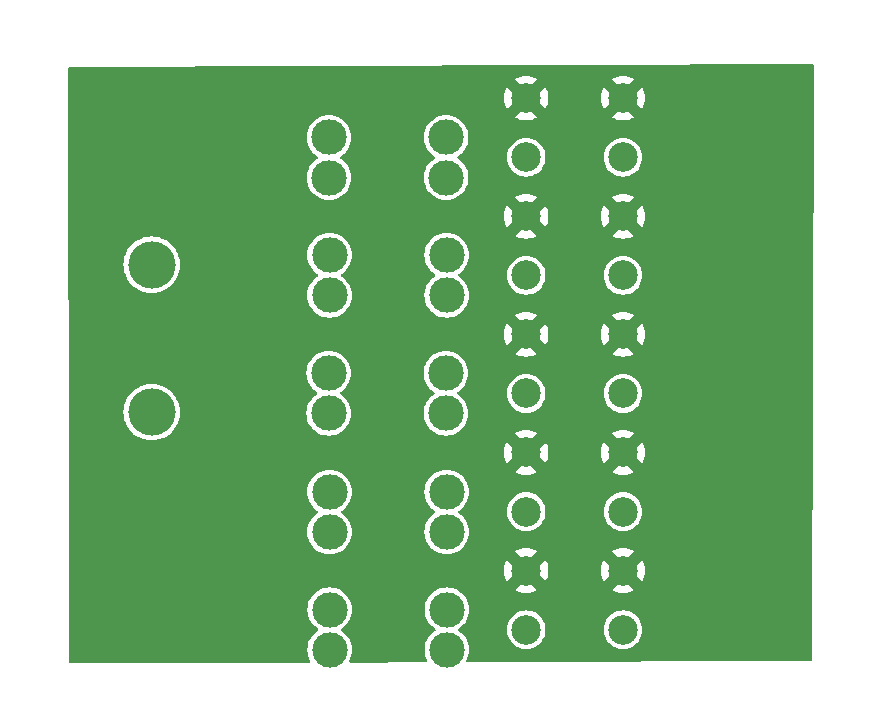
<source format=gbr>
%TF.GenerationSoftware,KiCad,Pcbnew,7.0.10-7.0.10~ubuntu22.04.1*%
%TF.CreationDate,2024-01-21T09:44:26-08:00*%
%TF.ProjectId,PowerDistribution,506f7765-7244-4697-9374-726962757469,R1*%
%TF.SameCoordinates,Original*%
%TF.FileFunction,Copper,L2,Bot*%
%TF.FilePolarity,Positive*%
%FSLAX46Y46*%
G04 Gerber Fmt 4.6, Leading zero omitted, Abs format (unit mm)*
G04 Created by KiCad (PCBNEW 7.0.10-7.0.10~ubuntu22.04.1) date 2024-01-21 09:44:26*
%MOMM*%
%LPD*%
G01*
G04 APERTURE LIST*
%TA.AperFunction,ComponentPad*%
%ADD10C,3.000000*%
%TD*%
%TA.AperFunction,ComponentPad*%
%ADD11C,2.500000*%
%TD*%
%TA.AperFunction,ComponentPad*%
%ADD12C,4.000000*%
%TD*%
%TA.AperFunction,Conductor*%
%ADD13C,8.000000*%
%TD*%
G04 APERTURE END LIST*
D10*
%TO.P,F1,1*%
%TO.N,/Fuse1*%
X175429001Y-122465899D03*
X175429001Y-119065899D03*
%TO.P,F1,2*%
%TO.N,+BATT*%
X165509001Y-122465899D03*
X165509001Y-119065899D03*
%TD*%
%TO.P,F2,1*%
%TO.N,/Fuse2*%
X175419001Y-112505899D03*
X175419001Y-109105899D03*
%TO.P,F2,2*%
%TO.N,+BATT*%
X165499001Y-112505899D03*
X165499001Y-109105899D03*
%TD*%
D11*
%TO.P,J2,1,Pin_1*%
%TO.N,/Fuse1*%
X182149002Y-120765902D03*
X190349001Y-120765902D03*
%TO.P,J2,2,Pin_2*%
%TO.N,-BATT*%
X182149002Y-115765900D03*
X190349001Y-115765900D03*
%TO.P,J2,3,Pin_3*%
%TO.N,/Fuse2*%
X182149002Y-110765899D03*
X190349001Y-110765899D03*
%TO.P,J2,4,Pin_4*%
%TO.N,-BATT*%
X182149002Y-105765899D03*
X190349001Y-105765899D03*
%TO.P,J2,5,Pin_5*%
%TO.N,/Fuse3*%
X182149002Y-100765899D03*
X190349001Y-100765899D03*
%TO.P,J2,6,Pin_6*%
%TO.N,-BATT*%
X182149002Y-95765899D03*
X190349001Y-95765899D03*
%TO.P,J2,7,Pin_7*%
%TO.N,/Fuse4*%
X182149002Y-90765899D03*
X190349001Y-90765899D03*
%TO.P,J2,8,Pin_8*%
%TO.N,-BATT*%
X182149002Y-85765899D03*
X190349001Y-85765899D03*
%TO.P,J2,9,Pin_9*%
%TO.N,/Fuse5*%
X182149002Y-80765899D03*
X190349001Y-80765899D03*
%TO.P,J2,10,Pin_10*%
%TO.N,-BATT*%
X182149002Y-75765898D03*
X190349001Y-75765898D03*
%TD*%
D10*
%TO.P,F5,1*%
%TO.N,/Fuse5*%
X175379001Y-82485899D03*
X175379001Y-79085899D03*
%TO.P,F5,2*%
%TO.N,+BATT*%
X165459001Y-82485899D03*
X165459001Y-79085899D03*
%TD*%
%TO.P,F3,1*%
%TO.N,/Fuse3*%
X175349001Y-102445899D03*
X175349001Y-99045899D03*
%TO.P,F3,2*%
%TO.N,+BATT*%
X165429001Y-102445899D03*
X165429001Y-99045899D03*
%TD*%
%TO.P,F4,1*%
%TO.N,/Fuse4*%
X175419001Y-92455899D03*
X175419001Y-89055899D03*
%TO.P,F4,2*%
%TO.N,+BATT*%
X165499001Y-92455899D03*
X165499001Y-89055899D03*
%TD*%
D12*
%TO.P,J1,1,Pin_1*%
%TO.N,+BATT*%
X150435000Y-89858000D03*
X150435000Y-102358000D03*
%TO.P,J1,2,Pin_2*%
%TO.N,-BATT*%
X157935000Y-89858000D03*
X157935000Y-102358000D03*
%TD*%
D13*
%TO.N,-BATT*%
X157935000Y-89858000D02*
X157935000Y-102358000D01*
%TD*%
%TA.AperFunction,Conductor*%
%TO.N,-BATT*%
G36*
X206461340Y-72935766D02*
G01*
X206507262Y-72988425D01*
X206518630Y-73040661D01*
X206369366Y-123312640D01*
X206349483Y-123379621D01*
X206296543Y-123425219D01*
X206245741Y-123436271D01*
X177204354Y-123523939D01*
X177137256Y-123504457D01*
X177091342Y-123451792D01*
X177081189Y-123382664D01*
X177095148Y-123340513D01*
X177114483Y-123305102D01*
X177144845Y-123249499D01*
X177238898Y-122997333D01*
X177296107Y-122734348D01*
X177315307Y-122465899D01*
X177296107Y-122197450D01*
X177238898Y-121934465D01*
X177144845Y-121682299D01*
X177050150Y-121508878D01*
X177015866Y-121446090D01*
X177015861Y-121446082D01*
X176854582Y-121230638D01*
X176854566Y-121230620D01*
X176664279Y-121040333D01*
X176664261Y-121040317D01*
X176448817Y-120879038D01*
X176448809Y-120879033D01*
X176440933Y-120874733D01*
X176391526Y-120825330D01*
X176378596Y-120765902D01*
X180512457Y-120765902D01*
X180532606Y-121021917D01*
X180592552Y-121271612D01*
X180592556Y-121271624D01*
X180690827Y-121508873D01*
X180690829Y-121508877D01*
X180690830Y-121508878D01*
X180825009Y-121727839D01*
X180991790Y-121923114D01*
X181187065Y-122089895D01*
X181406026Y-122224074D01*
X181406028Y-122224074D01*
X181406030Y-122224076D01*
X181480005Y-122254717D01*
X181643282Y-122322349D01*
X181892990Y-122382298D01*
X182149002Y-122402447D01*
X182405014Y-122382298D01*
X182654722Y-122322349D01*
X182891978Y-122224074D01*
X183110939Y-122089895D01*
X183306214Y-121923114D01*
X183472995Y-121727839D01*
X183607174Y-121508878D01*
X183705449Y-121271622D01*
X183765398Y-121021914D01*
X183785547Y-120765902D01*
X183785547Y-120765901D01*
X188712456Y-120765901D01*
X188732605Y-121021917D01*
X188792551Y-121271612D01*
X188792555Y-121271624D01*
X188890826Y-121508873D01*
X188890828Y-121508877D01*
X188890829Y-121508878D01*
X189025008Y-121727839D01*
X189191789Y-121923114D01*
X189387064Y-122089895D01*
X189606025Y-122224074D01*
X189606027Y-122224074D01*
X189606029Y-122224076D01*
X189680004Y-122254717D01*
X189843281Y-122322349D01*
X190092989Y-122382298D01*
X190349001Y-122402447D01*
X190605013Y-122382298D01*
X190854721Y-122322349D01*
X191091977Y-122224074D01*
X191310938Y-122089895D01*
X191506213Y-121923114D01*
X191672994Y-121727839D01*
X191807173Y-121508878D01*
X191905448Y-121271622D01*
X191965397Y-121021914D01*
X191985546Y-120765902D01*
X191965397Y-120509890D01*
X191905448Y-120260182D01*
X191807173Y-120022926D01*
X191672994Y-119803965D01*
X191506213Y-119608690D01*
X191310938Y-119441909D01*
X191091977Y-119307730D01*
X191091976Y-119307729D01*
X191091972Y-119307727D01*
X190854723Y-119209456D01*
X190854725Y-119209456D01*
X190854721Y-119209455D01*
X190854717Y-119209454D01*
X190854711Y-119209452D01*
X190605016Y-119149506D01*
X190413003Y-119134394D01*
X190349001Y-119129357D01*
X190349000Y-119129357D01*
X190092985Y-119149506D01*
X189843290Y-119209452D01*
X189843278Y-119209456D01*
X189606029Y-119307727D01*
X189387063Y-119441909D01*
X189191789Y-119608690D01*
X189025008Y-119803964D01*
X188890826Y-120022930D01*
X188792555Y-120260179D01*
X188792551Y-120260191D01*
X188732605Y-120509886D01*
X188712456Y-120765901D01*
X183785547Y-120765901D01*
X183765398Y-120509890D01*
X183705449Y-120260182D01*
X183607174Y-120022926D01*
X183472995Y-119803965D01*
X183306214Y-119608690D01*
X183110939Y-119441909D01*
X182891978Y-119307730D01*
X182891977Y-119307729D01*
X182891973Y-119307727D01*
X182654724Y-119209456D01*
X182654726Y-119209456D01*
X182654722Y-119209455D01*
X182654718Y-119209454D01*
X182654712Y-119209452D01*
X182405017Y-119149506D01*
X182149002Y-119129357D01*
X181892986Y-119149506D01*
X181643291Y-119209452D01*
X181643279Y-119209456D01*
X181406030Y-119307727D01*
X181187064Y-119441909D01*
X180991790Y-119608690D01*
X180825009Y-119803964D01*
X180690827Y-120022930D01*
X180592556Y-120260179D01*
X180592552Y-120260191D01*
X180532606Y-120509886D01*
X180512457Y-120765902D01*
X176378596Y-120765902D01*
X176376672Y-120757057D01*
X176401086Y-120691592D01*
X176440933Y-120657065D01*
X176443424Y-120655704D01*
X176448815Y-120652761D01*
X176664269Y-120491474D01*
X176854576Y-120301167D01*
X177015863Y-120085713D01*
X177144845Y-119849499D01*
X177238898Y-119597333D01*
X177296107Y-119334348D01*
X177315307Y-119065899D01*
X177296107Y-118797450D01*
X177238898Y-118534465D01*
X177144845Y-118282299D01*
X177015863Y-118046085D01*
X177015861Y-118046082D01*
X176854582Y-117830638D01*
X176854566Y-117830620D01*
X176664279Y-117640333D01*
X176664261Y-117640317D01*
X176448817Y-117479038D01*
X176448809Y-117479033D01*
X176212606Y-117350057D01*
X176212602Y-117350055D01*
X176117001Y-117314398D01*
X175960435Y-117256002D01*
X175960431Y-117256001D01*
X175960428Y-117256000D01*
X175697458Y-117198794D01*
X175697451Y-117198793D01*
X175429002Y-117179593D01*
X175429000Y-117179593D01*
X175160550Y-117198793D01*
X175160543Y-117198794D01*
X174897573Y-117256000D01*
X174897568Y-117256001D01*
X174897567Y-117256002D01*
X174836600Y-117278741D01*
X174645399Y-117350055D01*
X174645395Y-117350057D01*
X174409192Y-117479033D01*
X174409184Y-117479038D01*
X174193740Y-117640317D01*
X174193722Y-117640333D01*
X174003435Y-117830620D01*
X174003419Y-117830638D01*
X173842140Y-118046082D01*
X173842135Y-118046090D01*
X173713159Y-118282293D01*
X173713157Y-118282297D01*
X173619102Y-118534471D01*
X173561896Y-118797441D01*
X173561895Y-118797448D01*
X173542695Y-119065897D01*
X173542695Y-119065900D01*
X173561895Y-119334349D01*
X173561896Y-119334356D01*
X173619102Y-119597326D01*
X173619104Y-119597333D01*
X173677500Y-119753899D01*
X173713157Y-119849500D01*
X173713159Y-119849504D01*
X173842135Y-120085707D01*
X173842140Y-120085715D01*
X174003419Y-120301159D01*
X174003435Y-120301177D01*
X174193722Y-120491464D01*
X174193740Y-120491480D01*
X174409184Y-120652759D01*
X174409192Y-120652764D01*
X174417072Y-120657067D01*
X174466477Y-120706472D01*
X174481329Y-120774745D01*
X174456912Y-120840209D01*
X174417072Y-120874731D01*
X174409192Y-120879033D01*
X174409184Y-120879038D01*
X174193740Y-121040317D01*
X174193722Y-121040333D01*
X174003435Y-121230620D01*
X174003419Y-121230638D01*
X173842140Y-121446082D01*
X173842135Y-121446090D01*
X173713159Y-121682293D01*
X173713157Y-121682297D01*
X173619102Y-121934471D01*
X173561896Y-122197441D01*
X173561895Y-122197448D01*
X173542695Y-122465897D01*
X173542695Y-122465900D01*
X173561895Y-122734349D01*
X173561896Y-122734356D01*
X173619102Y-122997326D01*
X173619104Y-122997333D01*
X173677500Y-123153899D01*
X173713157Y-123249500D01*
X173768696Y-123351213D01*
X173783547Y-123419486D01*
X173759130Y-123484950D01*
X173703196Y-123526821D01*
X173660237Y-123534638D01*
X167267975Y-123553934D01*
X167200877Y-123534452D01*
X167154963Y-123481787D01*
X167144810Y-123412659D01*
X167158769Y-123370508D01*
X167175148Y-123340513D01*
X167224845Y-123249499D01*
X167318898Y-122997333D01*
X167376107Y-122734348D01*
X167395307Y-122465899D01*
X167376107Y-122197450D01*
X167318898Y-121934465D01*
X167224845Y-121682299D01*
X167130150Y-121508878D01*
X167095866Y-121446090D01*
X167095861Y-121446082D01*
X166934582Y-121230638D01*
X166934566Y-121230620D01*
X166744279Y-121040333D01*
X166744261Y-121040317D01*
X166528817Y-120879038D01*
X166528809Y-120879033D01*
X166520933Y-120874733D01*
X166471526Y-120825330D01*
X166456672Y-120757057D01*
X166481086Y-120691592D01*
X166520933Y-120657065D01*
X166523424Y-120655704D01*
X166528815Y-120652761D01*
X166744269Y-120491474D01*
X166934576Y-120301167D01*
X167095863Y-120085713D01*
X167224845Y-119849499D01*
X167318898Y-119597333D01*
X167376107Y-119334348D01*
X167395307Y-119065899D01*
X167376107Y-118797450D01*
X167318898Y-118534465D01*
X167224845Y-118282299D01*
X167095863Y-118046085D01*
X167095861Y-118046082D01*
X166934582Y-117830638D01*
X166934566Y-117830620D01*
X166744279Y-117640333D01*
X166744261Y-117640317D01*
X166528817Y-117479038D01*
X166528809Y-117479033D01*
X166292606Y-117350057D01*
X166292602Y-117350055D01*
X166197001Y-117314398D01*
X166040435Y-117256002D01*
X166040431Y-117256001D01*
X166040428Y-117256000D01*
X165777458Y-117198794D01*
X165777451Y-117198793D01*
X165509002Y-117179593D01*
X165509000Y-117179593D01*
X165240550Y-117198793D01*
X165240543Y-117198794D01*
X164977573Y-117256000D01*
X164977568Y-117256001D01*
X164977567Y-117256002D01*
X164916600Y-117278741D01*
X164725399Y-117350055D01*
X164725395Y-117350057D01*
X164489192Y-117479033D01*
X164489184Y-117479038D01*
X164273740Y-117640317D01*
X164273722Y-117640333D01*
X164083435Y-117830620D01*
X164083419Y-117830638D01*
X163922140Y-118046082D01*
X163922135Y-118046090D01*
X163793159Y-118282293D01*
X163793157Y-118282297D01*
X163699102Y-118534471D01*
X163641896Y-118797441D01*
X163641895Y-118797448D01*
X163622695Y-119065897D01*
X163622695Y-119065900D01*
X163641895Y-119334349D01*
X163641896Y-119334356D01*
X163699102Y-119597326D01*
X163699104Y-119597333D01*
X163757500Y-119753899D01*
X163793157Y-119849500D01*
X163793159Y-119849504D01*
X163922135Y-120085707D01*
X163922140Y-120085715D01*
X164083419Y-120301159D01*
X164083435Y-120301177D01*
X164273722Y-120491464D01*
X164273740Y-120491480D01*
X164489184Y-120652759D01*
X164489192Y-120652764D01*
X164497072Y-120657067D01*
X164546477Y-120706472D01*
X164561329Y-120774745D01*
X164536912Y-120840209D01*
X164497072Y-120874731D01*
X164489192Y-120879033D01*
X164489184Y-120879038D01*
X164273740Y-121040317D01*
X164273722Y-121040333D01*
X164083435Y-121230620D01*
X164083419Y-121230638D01*
X163922140Y-121446082D01*
X163922135Y-121446090D01*
X163793159Y-121682293D01*
X163793157Y-121682297D01*
X163699102Y-121934471D01*
X163641896Y-122197441D01*
X163641895Y-122197448D01*
X163622695Y-122465897D01*
X163622695Y-122465900D01*
X163641895Y-122734349D01*
X163641896Y-122734356D01*
X163699102Y-122997326D01*
X163699104Y-122997333D01*
X163757500Y-123153899D01*
X163793157Y-123249500D01*
X163793159Y-123249505D01*
X163865020Y-123381108D01*
X163879872Y-123449381D01*
X163855455Y-123514846D01*
X163799521Y-123556717D01*
X163756562Y-123564534D01*
X143553252Y-123625523D01*
X143486154Y-123606041D01*
X143440240Y-123553376D01*
X143428878Y-123501647D01*
X143427587Y-122197441D01*
X143421220Y-115765901D01*
X180259187Y-115765901D01*
X180278423Y-116034850D01*
X180278424Y-116034857D01*
X180335736Y-116298315D01*
X180429966Y-116550959D01*
X180429971Y-116550970D01*
X180506095Y-116690382D01*
X180506097Y-116690382D01*
X181274329Y-115922151D01*
X181335652Y-115888666D01*
X181405344Y-115893650D01*
X181461277Y-115935522D01*
X181482406Y-115980155D01*
X181491095Y-116015406D01*
X181491095Y-116015407D01*
X181491096Y-116015410D01*
X181491097Y-116015411D01*
X181569926Y-116165607D01*
X181682409Y-116292575D01*
X181822009Y-116388933D01*
X181948925Y-116437066D01*
X182004626Y-116479243D01*
X182028683Y-116544841D01*
X182013456Y-116613031D01*
X181992633Y-116640688D01*
X181224518Y-117408803D01*
X181224518Y-117408804D01*
X181363938Y-117484933D01*
X181363942Y-117484935D01*
X181616586Y-117579165D01*
X181880044Y-117636477D01*
X181880051Y-117636478D01*
X182149001Y-117655715D01*
X182149003Y-117655715D01*
X182417952Y-117636478D01*
X182417959Y-117636477D01*
X182681417Y-117579165D01*
X182934061Y-117484935D01*
X182934065Y-117484933D01*
X183073484Y-117408804D01*
X183073484Y-117408803D01*
X182305371Y-116640688D01*
X182271886Y-116579365D01*
X182276870Y-116509673D01*
X182318742Y-116453740D01*
X182349076Y-116437067D01*
X182475995Y-116388933D01*
X182615595Y-116292575D01*
X182728078Y-116165607D01*
X182806907Y-116015411D01*
X182815596Y-115980157D01*
X182850752Y-115919778D01*
X182912971Y-115887989D01*
X182982500Y-115894885D01*
X183023674Y-115922152D01*
X183791905Y-116690382D01*
X183791906Y-116690382D01*
X183868035Y-116550963D01*
X183868037Y-116550959D01*
X183962267Y-116298315D01*
X184019579Y-116034857D01*
X184019580Y-116034850D01*
X184038817Y-115765901D01*
X188459186Y-115765901D01*
X188478422Y-116034850D01*
X188478423Y-116034857D01*
X188535735Y-116298315D01*
X188629965Y-116550959D01*
X188629970Y-116550970D01*
X188706094Y-116690382D01*
X188706096Y-116690382D01*
X189474328Y-115922151D01*
X189535651Y-115888666D01*
X189605343Y-115893650D01*
X189661276Y-115935522D01*
X189682405Y-115980155D01*
X189691094Y-116015406D01*
X189691094Y-116015407D01*
X189691095Y-116015410D01*
X189691096Y-116015411D01*
X189769925Y-116165607D01*
X189882408Y-116292575D01*
X190022008Y-116388933D01*
X190148924Y-116437066D01*
X190204625Y-116479243D01*
X190228682Y-116544841D01*
X190213455Y-116613031D01*
X190192632Y-116640688D01*
X189424517Y-117408803D01*
X189424517Y-117408804D01*
X189563937Y-117484933D01*
X189563941Y-117484935D01*
X189816585Y-117579165D01*
X190080043Y-117636477D01*
X190080050Y-117636478D01*
X190349000Y-117655715D01*
X190349002Y-117655715D01*
X190617951Y-117636478D01*
X190617958Y-117636477D01*
X190881416Y-117579165D01*
X191134060Y-117484935D01*
X191134064Y-117484933D01*
X191273483Y-117408804D01*
X191273483Y-117408803D01*
X190505370Y-116640688D01*
X190471885Y-116579365D01*
X190476869Y-116509673D01*
X190518741Y-116453740D01*
X190549075Y-116437067D01*
X190675994Y-116388933D01*
X190815594Y-116292575D01*
X190928077Y-116165607D01*
X191006906Y-116015411D01*
X191015595Y-115980157D01*
X191050751Y-115919778D01*
X191112970Y-115887989D01*
X191182499Y-115894885D01*
X191223673Y-115922152D01*
X191991904Y-116690382D01*
X191991905Y-116690382D01*
X192068034Y-116550963D01*
X192068036Y-116550959D01*
X192162266Y-116298315D01*
X192219578Y-116034857D01*
X192219579Y-116034850D01*
X192238816Y-115765901D01*
X192238816Y-115765898D01*
X192219579Y-115496949D01*
X192219578Y-115496942D01*
X192162266Y-115233484D01*
X192068036Y-114980840D01*
X192068034Y-114980836D01*
X191991904Y-114841416D01*
X191223673Y-115609647D01*
X191162350Y-115643132D01*
X191092658Y-115638148D01*
X191036725Y-115596276D01*
X191015595Y-115551641D01*
X191014998Y-115549222D01*
X191006906Y-115516389D01*
X190928077Y-115366193D01*
X190815594Y-115239225D01*
X190675994Y-115142867D01*
X190675989Y-115142865D01*
X190549078Y-115094732D01*
X190493375Y-115052554D01*
X190469319Y-114986956D01*
X190484547Y-114918766D01*
X190505369Y-114891110D01*
X191273483Y-114122995D01*
X191273483Y-114122993D01*
X191134071Y-114046869D01*
X191134060Y-114046864D01*
X190881416Y-113952634D01*
X190617958Y-113895322D01*
X190617951Y-113895321D01*
X190349002Y-113876085D01*
X190349000Y-113876085D01*
X190080050Y-113895321D01*
X190080043Y-113895322D01*
X189816585Y-113952634D01*
X189563947Y-114046862D01*
X189563942Y-114046864D01*
X189424517Y-114122995D01*
X189424516Y-114122995D01*
X190192632Y-114891110D01*
X190226117Y-114952433D01*
X190221133Y-115022124D01*
X190179261Y-115078058D01*
X190148924Y-115094732D01*
X190022009Y-115142866D01*
X190022006Y-115142868D01*
X189882408Y-115239224D01*
X189769924Y-115366194D01*
X189691094Y-115516392D01*
X189691094Y-115516393D01*
X189682405Y-115551644D01*
X189647248Y-115612024D01*
X189585028Y-115643812D01*
X189515500Y-115636914D01*
X189474328Y-115609648D01*
X188706096Y-114841415D01*
X188706096Y-114841416D01*
X188629965Y-114980841D01*
X188629963Y-114980846D01*
X188535735Y-115233484D01*
X188478423Y-115496942D01*
X188478422Y-115496949D01*
X188459186Y-115765898D01*
X188459186Y-115765901D01*
X184038817Y-115765901D01*
X184038817Y-115765898D01*
X184019580Y-115496949D01*
X184019579Y-115496942D01*
X183962267Y-115233484D01*
X183868037Y-114980840D01*
X183868035Y-114980836D01*
X183791905Y-114841416D01*
X183023673Y-115609646D01*
X182962350Y-115643131D01*
X182892658Y-115638147D01*
X182836725Y-115596275D01*
X182815595Y-115551638D01*
X182806908Y-115516392D01*
X182806907Y-115516391D01*
X182806907Y-115516389D01*
X182728078Y-115366193D01*
X182615595Y-115239225D01*
X182475995Y-115142867D01*
X182475990Y-115142865D01*
X182349079Y-115094732D01*
X182293376Y-115052554D01*
X182269320Y-114986956D01*
X182284548Y-114918766D01*
X182305370Y-114891110D01*
X183073484Y-114122995D01*
X183073484Y-114122993D01*
X182934072Y-114046869D01*
X182934061Y-114046864D01*
X182681417Y-113952634D01*
X182417959Y-113895322D01*
X182417952Y-113895321D01*
X182149003Y-113876085D01*
X182149001Y-113876085D01*
X181880051Y-113895321D01*
X181880044Y-113895322D01*
X181616586Y-113952634D01*
X181363948Y-114046862D01*
X181363943Y-114046864D01*
X181224518Y-114122995D01*
X181224517Y-114122995D01*
X181992633Y-114891110D01*
X182026118Y-114952433D01*
X182021134Y-115022124D01*
X181979262Y-115078058D01*
X181948925Y-115094732D01*
X181822010Y-115142866D01*
X181822007Y-115142868D01*
X181682409Y-115239224D01*
X181569925Y-115366194D01*
X181491095Y-115516392D01*
X181491095Y-115516393D01*
X181482406Y-115551644D01*
X181447249Y-115612024D01*
X181385029Y-115643812D01*
X181315501Y-115636914D01*
X181274329Y-115609648D01*
X180506097Y-114841415D01*
X180506097Y-114841416D01*
X180429966Y-114980841D01*
X180429964Y-114980846D01*
X180335736Y-115233484D01*
X180278424Y-115496942D01*
X180278423Y-115496949D01*
X180259187Y-115765898D01*
X180259187Y-115765901D01*
X143421220Y-115765901D01*
X143417993Y-112505900D01*
X163612695Y-112505900D01*
X163631895Y-112774349D01*
X163631896Y-112774356D01*
X163689102Y-113037326D01*
X163689104Y-113037333D01*
X163747500Y-113193899D01*
X163783157Y-113289500D01*
X163783159Y-113289504D01*
X163912135Y-113525707D01*
X163912140Y-113525715D01*
X164073419Y-113741159D01*
X164073435Y-113741177D01*
X164263722Y-113931464D01*
X164263740Y-113931480D01*
X164479184Y-114092759D01*
X164479192Y-114092764D01*
X164715395Y-114221740D01*
X164715399Y-114221742D01*
X164715401Y-114221743D01*
X164967567Y-114315796D01*
X165230552Y-114373005D01*
X165478320Y-114390725D01*
X165499000Y-114392205D01*
X165499001Y-114392205D01*
X165499002Y-114392205D01*
X165518202Y-114390831D01*
X165767450Y-114373005D01*
X166030435Y-114315796D01*
X166282601Y-114221743D01*
X166518815Y-114092761D01*
X166734269Y-113931474D01*
X166924576Y-113741167D01*
X167085863Y-113525713D01*
X167214845Y-113289499D01*
X167308898Y-113037333D01*
X167366107Y-112774348D01*
X167385307Y-112505900D01*
X173532695Y-112505900D01*
X173551895Y-112774349D01*
X173551896Y-112774356D01*
X173609102Y-113037326D01*
X173609104Y-113037333D01*
X173667500Y-113193899D01*
X173703157Y-113289500D01*
X173703159Y-113289504D01*
X173832135Y-113525707D01*
X173832140Y-113525715D01*
X173993419Y-113741159D01*
X173993435Y-113741177D01*
X174183722Y-113931464D01*
X174183740Y-113931480D01*
X174399184Y-114092759D01*
X174399192Y-114092764D01*
X174635395Y-114221740D01*
X174635399Y-114221742D01*
X174635401Y-114221743D01*
X174887567Y-114315796D01*
X175150552Y-114373005D01*
X175398320Y-114390725D01*
X175419000Y-114392205D01*
X175419001Y-114392205D01*
X175419002Y-114392205D01*
X175438201Y-114390831D01*
X175687450Y-114373005D01*
X175950435Y-114315796D01*
X176202601Y-114221743D01*
X176438815Y-114092761D01*
X176654269Y-113931474D01*
X176844576Y-113741167D01*
X177005863Y-113525713D01*
X177134845Y-113289499D01*
X177228898Y-113037333D01*
X177286107Y-112774348D01*
X177305307Y-112505899D01*
X177286107Y-112237450D01*
X177228898Y-111974465D01*
X177134845Y-111722299D01*
X177018304Y-111508870D01*
X177005866Y-111486090D01*
X177005861Y-111486082D01*
X176844582Y-111270638D01*
X176844566Y-111270620D01*
X176654279Y-111080333D01*
X176654261Y-111080317D01*
X176438817Y-110919038D01*
X176438804Y-110919030D01*
X176430926Y-110914728D01*
X176381522Y-110865322D01*
X176366672Y-110797048D01*
X176378291Y-110765899D01*
X180512457Y-110765899D01*
X180532606Y-111021914D01*
X180592552Y-111271609D01*
X180592556Y-111271621D01*
X180690827Y-111508870D01*
X180690829Y-111508874D01*
X180690830Y-111508875D01*
X180825009Y-111727836D01*
X180991790Y-111923111D01*
X181187065Y-112089892D01*
X181406026Y-112224071D01*
X181406028Y-112224071D01*
X181406030Y-112224073D01*
X181480005Y-112254714D01*
X181643282Y-112322346D01*
X181892990Y-112382295D01*
X182149002Y-112402444D01*
X182405014Y-112382295D01*
X182654722Y-112322346D01*
X182891978Y-112224071D01*
X183110939Y-112089892D01*
X183306214Y-111923111D01*
X183472995Y-111727836D01*
X183607174Y-111508875D01*
X183705449Y-111271619D01*
X183765398Y-111021911D01*
X183785547Y-110765899D01*
X183785547Y-110765898D01*
X188712456Y-110765898D01*
X188732605Y-111021914D01*
X188792551Y-111271609D01*
X188792555Y-111271621D01*
X188890826Y-111508870D01*
X188890828Y-111508874D01*
X188890829Y-111508875D01*
X189025008Y-111727836D01*
X189191789Y-111923111D01*
X189387064Y-112089892D01*
X189606025Y-112224071D01*
X189606027Y-112224071D01*
X189606029Y-112224073D01*
X189680004Y-112254714D01*
X189843281Y-112322346D01*
X190092989Y-112382295D01*
X190349001Y-112402444D01*
X190605013Y-112382295D01*
X190854721Y-112322346D01*
X191091977Y-112224071D01*
X191310938Y-112089892D01*
X191506213Y-111923111D01*
X191672994Y-111727836D01*
X191807173Y-111508875D01*
X191905448Y-111271619D01*
X191965397Y-111021911D01*
X191985546Y-110765899D01*
X191965397Y-110509887D01*
X191905448Y-110260179D01*
X191807173Y-110022923D01*
X191672994Y-109803962D01*
X191506213Y-109608687D01*
X191310938Y-109441906D01*
X191091977Y-109307727D01*
X191091976Y-109307726D01*
X191091972Y-109307724D01*
X190854723Y-109209453D01*
X190854725Y-109209453D01*
X190854721Y-109209452D01*
X190854717Y-109209451D01*
X190854711Y-109209449D01*
X190605016Y-109149503D01*
X190349001Y-109129354D01*
X190092985Y-109149503D01*
X189843290Y-109209449D01*
X189843278Y-109209453D01*
X189606029Y-109307724D01*
X189387063Y-109441906D01*
X189191789Y-109608687D01*
X189025008Y-109803961D01*
X188890826Y-110022927D01*
X188792555Y-110260176D01*
X188792551Y-110260188D01*
X188732605Y-110509883D01*
X188712456Y-110765898D01*
X183785547Y-110765898D01*
X183765398Y-110509887D01*
X183705449Y-110260179D01*
X183607174Y-110022923D01*
X183472995Y-109803962D01*
X183306214Y-109608687D01*
X183110939Y-109441906D01*
X182891978Y-109307727D01*
X182891977Y-109307726D01*
X182891973Y-109307724D01*
X182654724Y-109209453D01*
X182654726Y-109209453D01*
X182654722Y-109209452D01*
X182654718Y-109209451D01*
X182654712Y-109209449D01*
X182405017Y-109149503D01*
X182149002Y-109129354D01*
X181892986Y-109149503D01*
X181643291Y-109209449D01*
X181643279Y-109209453D01*
X181406030Y-109307724D01*
X181187064Y-109441906D01*
X180991790Y-109608687D01*
X180825009Y-109803961D01*
X180690827Y-110022927D01*
X180592556Y-110260176D01*
X180592552Y-110260188D01*
X180532606Y-110509883D01*
X180512457Y-110765899D01*
X176378291Y-110765899D01*
X176391091Y-110731585D01*
X176430932Y-110697065D01*
X176438815Y-110692761D01*
X176654269Y-110531474D01*
X176844576Y-110341167D01*
X177005863Y-110125713D01*
X177134845Y-109889499D01*
X177228898Y-109637333D01*
X177286107Y-109374348D01*
X177305307Y-109105899D01*
X177286107Y-108837450D01*
X177228898Y-108574465D01*
X177134845Y-108322299D01*
X177005863Y-108086085D01*
X177005861Y-108086082D01*
X176844582Y-107870638D01*
X176844566Y-107870620D01*
X176654279Y-107680333D01*
X176654261Y-107680317D01*
X176438817Y-107519038D01*
X176438809Y-107519033D01*
X176202606Y-107390057D01*
X176202602Y-107390055D01*
X176107001Y-107354398D01*
X175950435Y-107296002D01*
X175950431Y-107296001D01*
X175950428Y-107296000D01*
X175687458Y-107238794D01*
X175687451Y-107238793D01*
X175419002Y-107219593D01*
X175419000Y-107219593D01*
X175150550Y-107238793D01*
X175150543Y-107238794D01*
X174887573Y-107296000D01*
X174887568Y-107296001D01*
X174887567Y-107296002D01*
X174826600Y-107318741D01*
X174635399Y-107390055D01*
X174635395Y-107390057D01*
X174399192Y-107519033D01*
X174399184Y-107519038D01*
X174183740Y-107680317D01*
X174183722Y-107680333D01*
X173993435Y-107870620D01*
X173993419Y-107870638D01*
X173832140Y-108086082D01*
X173832135Y-108086090D01*
X173703159Y-108322293D01*
X173703157Y-108322297D01*
X173609102Y-108574471D01*
X173551896Y-108837441D01*
X173551895Y-108837448D01*
X173532695Y-109105897D01*
X173532695Y-109105900D01*
X173551895Y-109374349D01*
X173551896Y-109374356D01*
X173566591Y-109441906D01*
X173609104Y-109637333D01*
X173667500Y-109793899D01*
X173703157Y-109889500D01*
X173703159Y-109889504D01*
X173832135Y-110125707D01*
X173832140Y-110125715D01*
X173993419Y-110341159D01*
X173993435Y-110341177D01*
X174183722Y-110531464D01*
X174183740Y-110531480D01*
X174399183Y-110692758D01*
X174399187Y-110692761D01*
X174407066Y-110697063D01*
X174456473Y-110746464D01*
X174471330Y-110814736D01*
X174446917Y-110880202D01*
X174407079Y-110914726D01*
X174399197Y-110919030D01*
X174399184Y-110919038D01*
X174183740Y-111080317D01*
X174183722Y-111080333D01*
X173993435Y-111270620D01*
X173993419Y-111270638D01*
X173832140Y-111486082D01*
X173832135Y-111486090D01*
X173703159Y-111722293D01*
X173703157Y-111722297D01*
X173609102Y-111974471D01*
X173551896Y-112237441D01*
X173551895Y-112237448D01*
X173532695Y-112505897D01*
X173532695Y-112505900D01*
X167385307Y-112505900D01*
X167385307Y-112505899D01*
X167366107Y-112237450D01*
X167308898Y-111974465D01*
X167214845Y-111722299D01*
X167098304Y-111508870D01*
X167085866Y-111486090D01*
X167085861Y-111486082D01*
X166924582Y-111270638D01*
X166924566Y-111270620D01*
X166734279Y-111080333D01*
X166734261Y-111080317D01*
X166518817Y-110919038D01*
X166518804Y-110919030D01*
X166510926Y-110914728D01*
X166461522Y-110865322D01*
X166446672Y-110797048D01*
X166471091Y-110731585D01*
X166510932Y-110697065D01*
X166518815Y-110692761D01*
X166734269Y-110531474D01*
X166924576Y-110341167D01*
X167085863Y-110125713D01*
X167214845Y-109889499D01*
X167308898Y-109637333D01*
X167366107Y-109374348D01*
X167385307Y-109105899D01*
X167366107Y-108837450D01*
X167308898Y-108574465D01*
X167214845Y-108322299D01*
X167085863Y-108086085D01*
X167085861Y-108086082D01*
X166924582Y-107870638D01*
X166924566Y-107870620D01*
X166734279Y-107680333D01*
X166734261Y-107680317D01*
X166518817Y-107519038D01*
X166518809Y-107519033D01*
X166282606Y-107390057D01*
X166282602Y-107390055D01*
X166187001Y-107354398D01*
X166030435Y-107296002D01*
X166030431Y-107296001D01*
X166030428Y-107296000D01*
X165767458Y-107238794D01*
X165767451Y-107238793D01*
X165499002Y-107219593D01*
X165499000Y-107219593D01*
X165230550Y-107238793D01*
X165230543Y-107238794D01*
X164967573Y-107296000D01*
X164967568Y-107296001D01*
X164967567Y-107296002D01*
X164906600Y-107318741D01*
X164715399Y-107390055D01*
X164715395Y-107390057D01*
X164479192Y-107519033D01*
X164479184Y-107519038D01*
X164263740Y-107680317D01*
X164263722Y-107680333D01*
X164073435Y-107870620D01*
X164073419Y-107870638D01*
X163912140Y-108086082D01*
X163912135Y-108086090D01*
X163783159Y-108322293D01*
X163783157Y-108322297D01*
X163689102Y-108574471D01*
X163631896Y-108837441D01*
X163631895Y-108837448D01*
X163612695Y-109105897D01*
X163612695Y-109105900D01*
X163631895Y-109374349D01*
X163631896Y-109374356D01*
X163646591Y-109441906D01*
X163689104Y-109637333D01*
X163747500Y-109793899D01*
X163783157Y-109889500D01*
X163783159Y-109889504D01*
X163912135Y-110125707D01*
X163912140Y-110125715D01*
X164073419Y-110341159D01*
X164073435Y-110341177D01*
X164263722Y-110531464D01*
X164263740Y-110531480D01*
X164479183Y-110692758D01*
X164479187Y-110692761D01*
X164487066Y-110697063D01*
X164536473Y-110746464D01*
X164551330Y-110814736D01*
X164526917Y-110880202D01*
X164487079Y-110914726D01*
X164479197Y-110919030D01*
X164479184Y-110919038D01*
X164263740Y-111080317D01*
X164263722Y-111080333D01*
X164073435Y-111270620D01*
X164073419Y-111270638D01*
X163912140Y-111486082D01*
X163912135Y-111486090D01*
X163783159Y-111722293D01*
X163783157Y-111722297D01*
X163689102Y-111974471D01*
X163631896Y-112237441D01*
X163631895Y-112237448D01*
X163612695Y-112505897D01*
X163612695Y-112505900D01*
X143417993Y-112505900D01*
X143411321Y-105765900D01*
X180259187Y-105765900D01*
X180278423Y-106034849D01*
X180278424Y-106034856D01*
X180335736Y-106298314D01*
X180429966Y-106550958D01*
X180429971Y-106550969D01*
X180506095Y-106690381D01*
X180506097Y-106690381D01*
X181274329Y-105922150D01*
X181335652Y-105888665D01*
X181405344Y-105893649D01*
X181461277Y-105935521D01*
X181482406Y-105980154D01*
X181491095Y-106015405D01*
X181491095Y-106015406D01*
X181491096Y-106015409D01*
X181491097Y-106015410D01*
X181569926Y-106165606D01*
X181682409Y-106292574D01*
X181822009Y-106388932D01*
X181948925Y-106437065D01*
X182004626Y-106479242D01*
X182028683Y-106544840D01*
X182013456Y-106613030D01*
X181992633Y-106640687D01*
X181224518Y-107408802D01*
X181224518Y-107408803D01*
X181363938Y-107484932D01*
X181363942Y-107484934D01*
X181616586Y-107579164D01*
X181880044Y-107636476D01*
X181880051Y-107636477D01*
X182149001Y-107655714D01*
X182149003Y-107655714D01*
X182417952Y-107636477D01*
X182417959Y-107636476D01*
X182681417Y-107579164D01*
X182934061Y-107484934D01*
X182934065Y-107484932D01*
X183073484Y-107408803D01*
X183073484Y-107408802D01*
X182305371Y-106640687D01*
X182271886Y-106579364D01*
X182276870Y-106509672D01*
X182318742Y-106453739D01*
X182349076Y-106437066D01*
X182475995Y-106388932D01*
X182615595Y-106292574D01*
X182728078Y-106165606D01*
X182806907Y-106015410D01*
X182815596Y-105980156D01*
X182850752Y-105919777D01*
X182912971Y-105887988D01*
X182982500Y-105894884D01*
X183023674Y-105922151D01*
X183791905Y-106690381D01*
X183791906Y-106690381D01*
X183868035Y-106550962D01*
X183868037Y-106550958D01*
X183962267Y-106298314D01*
X184019579Y-106034856D01*
X184019580Y-106034849D01*
X184038817Y-105765900D01*
X188459186Y-105765900D01*
X188478422Y-106034849D01*
X188478423Y-106034856D01*
X188535735Y-106298314D01*
X188629965Y-106550958D01*
X188629970Y-106550969D01*
X188706094Y-106690381D01*
X188706096Y-106690381D01*
X189474328Y-105922150D01*
X189535651Y-105888665D01*
X189605343Y-105893649D01*
X189661276Y-105935521D01*
X189682405Y-105980154D01*
X189691094Y-106015405D01*
X189691094Y-106015406D01*
X189691095Y-106015409D01*
X189691096Y-106015410D01*
X189769925Y-106165606D01*
X189882408Y-106292574D01*
X190022008Y-106388932D01*
X190148924Y-106437065D01*
X190204625Y-106479242D01*
X190228682Y-106544840D01*
X190213455Y-106613030D01*
X190192632Y-106640687D01*
X189424517Y-107408802D01*
X189424517Y-107408803D01*
X189563937Y-107484932D01*
X189563941Y-107484934D01*
X189816585Y-107579164D01*
X190080043Y-107636476D01*
X190080050Y-107636477D01*
X190349000Y-107655714D01*
X190349002Y-107655714D01*
X190617951Y-107636477D01*
X190617958Y-107636476D01*
X190881416Y-107579164D01*
X191134060Y-107484934D01*
X191134064Y-107484932D01*
X191273483Y-107408803D01*
X191273483Y-107408802D01*
X190505370Y-106640687D01*
X190471885Y-106579364D01*
X190476869Y-106509672D01*
X190518741Y-106453739D01*
X190549075Y-106437066D01*
X190675994Y-106388932D01*
X190815594Y-106292574D01*
X190928077Y-106165606D01*
X191006906Y-106015410D01*
X191015595Y-105980156D01*
X191050751Y-105919776D01*
X191112970Y-105887987D01*
X191182498Y-105894882D01*
X191223673Y-105922150D01*
X191991904Y-106690381D01*
X191991905Y-106690381D01*
X192068034Y-106550962D01*
X192068036Y-106550958D01*
X192162266Y-106298314D01*
X192219578Y-106034856D01*
X192219579Y-106034849D01*
X192238816Y-105765900D01*
X192238816Y-105765897D01*
X192219579Y-105496948D01*
X192219578Y-105496941D01*
X192162266Y-105233483D01*
X192068036Y-104980839D01*
X192068034Y-104980835D01*
X191991904Y-104841415D01*
X191223673Y-105609646D01*
X191162350Y-105643131D01*
X191092658Y-105638147D01*
X191036725Y-105596275D01*
X191015595Y-105551640D01*
X191014998Y-105549221D01*
X191006906Y-105516388D01*
X190928077Y-105366192D01*
X190815594Y-105239224D01*
X190675994Y-105142866D01*
X190675989Y-105142864D01*
X190549078Y-105094731D01*
X190493375Y-105052553D01*
X190469319Y-104986955D01*
X190484547Y-104918765D01*
X190505369Y-104891109D01*
X191273483Y-104122994D01*
X191273483Y-104122992D01*
X191134071Y-104046868D01*
X191134060Y-104046863D01*
X190881416Y-103952633D01*
X190617958Y-103895321D01*
X190617951Y-103895320D01*
X190349002Y-103876084D01*
X190349000Y-103876084D01*
X190080050Y-103895320D01*
X190080043Y-103895321D01*
X189816585Y-103952633D01*
X189563947Y-104046861D01*
X189563942Y-104046863D01*
X189424517Y-104122994D01*
X189424516Y-104122994D01*
X190192632Y-104891109D01*
X190226117Y-104952432D01*
X190221133Y-105022123D01*
X190179261Y-105078057D01*
X190148924Y-105094731D01*
X190022009Y-105142865D01*
X190022006Y-105142867D01*
X189882408Y-105239223D01*
X189769924Y-105366193D01*
X189691094Y-105516391D01*
X189691094Y-105516392D01*
X189682405Y-105551643D01*
X189647248Y-105612023D01*
X189585028Y-105643811D01*
X189515500Y-105636913D01*
X189474328Y-105609647D01*
X188706096Y-104841414D01*
X188706096Y-104841415D01*
X188629965Y-104980840D01*
X188629963Y-104980845D01*
X188535735Y-105233483D01*
X188478423Y-105496941D01*
X188478422Y-105496948D01*
X188459186Y-105765897D01*
X188459186Y-105765900D01*
X184038817Y-105765900D01*
X184038817Y-105765897D01*
X184019580Y-105496948D01*
X184019579Y-105496941D01*
X183962267Y-105233483D01*
X183868037Y-104980839D01*
X183868035Y-104980835D01*
X183791905Y-104841415D01*
X183023674Y-105609646D01*
X182962351Y-105643131D01*
X182892659Y-105638147D01*
X182836726Y-105596275D01*
X182815596Y-105551640D01*
X182814999Y-105549221D01*
X182806907Y-105516388D01*
X182728078Y-105366192D01*
X182615595Y-105239224D01*
X182475995Y-105142866D01*
X182475990Y-105142864D01*
X182349079Y-105094731D01*
X182293376Y-105052553D01*
X182269320Y-104986955D01*
X182284548Y-104918765D01*
X182305370Y-104891109D01*
X183073484Y-104122994D01*
X183073484Y-104122992D01*
X182934072Y-104046868D01*
X182934061Y-104046863D01*
X182681417Y-103952633D01*
X182417959Y-103895321D01*
X182417952Y-103895320D01*
X182149003Y-103876084D01*
X182149001Y-103876084D01*
X181880051Y-103895320D01*
X181880044Y-103895321D01*
X181616586Y-103952633D01*
X181363948Y-104046861D01*
X181363943Y-104046863D01*
X181224518Y-104122994D01*
X181224517Y-104122994D01*
X181992633Y-104891109D01*
X182026118Y-104952432D01*
X182021134Y-105022123D01*
X181979262Y-105078057D01*
X181948925Y-105094731D01*
X181822010Y-105142865D01*
X181822007Y-105142867D01*
X181682409Y-105239223D01*
X181569925Y-105366193D01*
X181491095Y-105516391D01*
X181491095Y-105516392D01*
X181482406Y-105551643D01*
X181447249Y-105612023D01*
X181385029Y-105643811D01*
X181315501Y-105636913D01*
X181274329Y-105609647D01*
X180506097Y-104841414D01*
X180506097Y-104841415D01*
X180429966Y-104980840D01*
X180429964Y-104980845D01*
X180335736Y-105233483D01*
X180278424Y-105496941D01*
X180278423Y-105496948D01*
X180259187Y-105765897D01*
X180259187Y-105765900D01*
X143411321Y-105765900D01*
X143407948Y-102357999D01*
X148048390Y-102357999D01*
X148068808Y-102669513D01*
X148068810Y-102669525D01*
X148129710Y-102975692D01*
X148129715Y-102975712D01*
X148230056Y-103271308D01*
X148230060Y-103271318D01*
X148368131Y-103551297D01*
X148368138Y-103551310D01*
X148541576Y-103810877D01*
X148747411Y-104045588D01*
X148879858Y-104161740D01*
X148982124Y-104251425D01*
X149241695Y-104424865D01*
X149377570Y-104491871D01*
X149521681Y-104562939D01*
X149521691Y-104562943D01*
X149817287Y-104663284D01*
X149817291Y-104663285D01*
X149817300Y-104663288D01*
X150123485Y-104724192D01*
X150435000Y-104744610D01*
X150746515Y-104724192D01*
X151052700Y-104663288D01*
X151052712Y-104663284D01*
X151348308Y-104562943D01*
X151348318Y-104562939D01*
X151379301Y-104547660D01*
X151628305Y-104424865D01*
X151887876Y-104251425D01*
X152122588Y-104045588D01*
X152328425Y-103810876D01*
X152501865Y-103551305D01*
X152639940Y-103271316D01*
X152654134Y-103229504D01*
X152740284Y-102975712D01*
X152740284Y-102975711D01*
X152740288Y-102975700D01*
X152801192Y-102669515D01*
X152821610Y-102358000D01*
X155295184Y-102358000D01*
X155314430Y-102676189D01*
X155371894Y-102989757D01*
X155466722Y-103294073D01*
X155466726Y-103294084D01*
X155597557Y-103584779D01*
X155597558Y-103584781D01*
X155745338Y-103829239D01*
X156787629Y-102786948D01*
X156848952Y-102753463D01*
X156918644Y-102758447D01*
X156974577Y-102800319D01*
X156984668Y-102816176D01*
X157054305Y-102946458D01*
X157054308Y-102946461D01*
X157186031Y-103106968D01*
X157297725Y-103198632D01*
X157335338Y-103229500D01*
X157346538Y-103238691D01*
X157346541Y-103238694D01*
X157476822Y-103308330D01*
X157526666Y-103357292D01*
X157542127Y-103425429D01*
X157518296Y-103491109D01*
X157506050Y-103505369D01*
X156463759Y-104547660D01*
X156708215Y-104695440D01*
X156998915Y-104826273D01*
X156998926Y-104826277D01*
X157303242Y-104921105D01*
X157616810Y-104978569D01*
X157934999Y-104997815D01*
X158253189Y-104978569D01*
X158566757Y-104921105D01*
X158871073Y-104826277D01*
X158871084Y-104826273D01*
X159161784Y-104695440D01*
X159406240Y-104547661D01*
X158363948Y-103505369D01*
X158330463Y-103444046D01*
X158335447Y-103374354D01*
X158377319Y-103318421D01*
X158393165Y-103308336D01*
X158523460Y-103238693D01*
X158683968Y-103106968D01*
X158815693Y-102946460D01*
X158885331Y-102816174D01*
X158934291Y-102766332D01*
X159002429Y-102750871D01*
X159068109Y-102774702D01*
X159082369Y-102786948D01*
X160124661Y-103829240D01*
X160272440Y-103584784D01*
X160403273Y-103294084D01*
X160403277Y-103294073D01*
X160498105Y-102989757D01*
X160555569Y-102676189D01*
X160569498Y-102445900D01*
X163542695Y-102445900D01*
X163561895Y-102714349D01*
X163561896Y-102714356D01*
X163618751Y-102975712D01*
X163619104Y-102977333D01*
X163623738Y-102989757D01*
X163713157Y-103229500D01*
X163713159Y-103229504D01*
X163842135Y-103465707D01*
X163842140Y-103465715D01*
X164003419Y-103681159D01*
X164003435Y-103681177D01*
X164193722Y-103871464D01*
X164193740Y-103871480D01*
X164409184Y-104032759D01*
X164409192Y-104032764D01*
X164645395Y-104161740D01*
X164645399Y-104161742D01*
X164645401Y-104161743D01*
X164897567Y-104255796D01*
X165160552Y-104313005D01*
X165408320Y-104330725D01*
X165429000Y-104332205D01*
X165429001Y-104332205D01*
X165429002Y-104332205D01*
X165448201Y-104330831D01*
X165697450Y-104313005D01*
X165960435Y-104255796D01*
X166212601Y-104161743D01*
X166448815Y-104032761D01*
X166664269Y-103871474D01*
X166854576Y-103681167D01*
X167015863Y-103465713D01*
X167144845Y-103229499D01*
X167238898Y-102977333D01*
X167296107Y-102714348D01*
X167315307Y-102445900D01*
X173462695Y-102445900D01*
X173481895Y-102714349D01*
X173481896Y-102714356D01*
X173538751Y-102975712D01*
X173539104Y-102977333D01*
X173543738Y-102989757D01*
X173633157Y-103229500D01*
X173633159Y-103229504D01*
X173762135Y-103465707D01*
X173762140Y-103465715D01*
X173923419Y-103681159D01*
X173923435Y-103681177D01*
X174113722Y-103871464D01*
X174113740Y-103871480D01*
X174329184Y-104032759D01*
X174329192Y-104032764D01*
X174565395Y-104161740D01*
X174565399Y-104161742D01*
X174565401Y-104161743D01*
X174817567Y-104255796D01*
X175080552Y-104313005D01*
X175328320Y-104330725D01*
X175349000Y-104332205D01*
X175349001Y-104332205D01*
X175349002Y-104332205D01*
X175368201Y-104330831D01*
X175617450Y-104313005D01*
X175880435Y-104255796D01*
X176132601Y-104161743D01*
X176368815Y-104032761D01*
X176584269Y-103871474D01*
X176774576Y-103681167D01*
X176935863Y-103465713D01*
X177064845Y-103229499D01*
X177158898Y-102977333D01*
X177216107Y-102714348D01*
X177235307Y-102445899D01*
X177216107Y-102177450D01*
X177158898Y-101914465D01*
X177064845Y-101662299D01*
X176935863Y-101426085D01*
X176932750Y-101421926D01*
X176774582Y-101210638D01*
X176774566Y-101210620D01*
X176584279Y-101020333D01*
X176584261Y-101020317D01*
X176368817Y-100859038D01*
X176368804Y-100859030D01*
X176360926Y-100854728D01*
X176311522Y-100805322D01*
X176302947Y-100765899D01*
X180512457Y-100765899D01*
X180532606Y-101021914D01*
X180592552Y-101271609D01*
X180592554Y-101271615D01*
X180592555Y-101271619D01*
X180600404Y-101290568D01*
X180690827Y-101508870D01*
X180690829Y-101508874D01*
X180690830Y-101508875D01*
X180825009Y-101727836D01*
X180991790Y-101923111D01*
X181187065Y-102089892D01*
X181406026Y-102224071D01*
X181406028Y-102224071D01*
X181406030Y-102224073D01*
X181480005Y-102254714D01*
X181643282Y-102322346D01*
X181892990Y-102382295D01*
X182149002Y-102402444D01*
X182405014Y-102382295D01*
X182654722Y-102322346D01*
X182891978Y-102224071D01*
X183110939Y-102089892D01*
X183306214Y-101923111D01*
X183472995Y-101727836D01*
X183607174Y-101508875D01*
X183705449Y-101271619D01*
X183765398Y-101021911D01*
X183785547Y-100765899D01*
X188712456Y-100765899D01*
X188732605Y-101021914D01*
X188792551Y-101271609D01*
X188792553Y-101271615D01*
X188792554Y-101271619D01*
X188800403Y-101290568D01*
X188890826Y-101508870D01*
X188890828Y-101508874D01*
X188890829Y-101508875D01*
X189025008Y-101727836D01*
X189191789Y-101923111D01*
X189387064Y-102089892D01*
X189606025Y-102224071D01*
X189606027Y-102224071D01*
X189606029Y-102224073D01*
X189680004Y-102254714D01*
X189843281Y-102322346D01*
X190092989Y-102382295D01*
X190349001Y-102402444D01*
X190605013Y-102382295D01*
X190854721Y-102322346D01*
X191091977Y-102224071D01*
X191310938Y-102089892D01*
X191506213Y-101923111D01*
X191672994Y-101727836D01*
X191807173Y-101508875D01*
X191905448Y-101271619D01*
X191965397Y-101021911D01*
X191985546Y-100765899D01*
X191965397Y-100509887D01*
X191905448Y-100260179D01*
X191807173Y-100022923D01*
X191672994Y-99803962D01*
X191506213Y-99608687D01*
X191310938Y-99441906D01*
X191091977Y-99307727D01*
X191091976Y-99307726D01*
X191091972Y-99307724D01*
X190854723Y-99209453D01*
X190854725Y-99209453D01*
X190854721Y-99209452D01*
X190854717Y-99209451D01*
X190854711Y-99209449D01*
X190605016Y-99149503D01*
X190413004Y-99134391D01*
X190349001Y-99129354D01*
X190349000Y-99129354D01*
X190092985Y-99149503D01*
X189843290Y-99209449D01*
X189843278Y-99209453D01*
X189606029Y-99307724D01*
X189387063Y-99441906D01*
X189191789Y-99608687D01*
X189025008Y-99803961D01*
X188890826Y-100022927D01*
X188792555Y-100260176D01*
X188792551Y-100260188D01*
X188732605Y-100509883D01*
X188712456Y-100765899D01*
X183785547Y-100765899D01*
X183765398Y-100509887D01*
X183705449Y-100260179D01*
X183607174Y-100022923D01*
X183472995Y-99803962D01*
X183306214Y-99608687D01*
X183110939Y-99441906D01*
X182891978Y-99307727D01*
X182891977Y-99307726D01*
X182891973Y-99307724D01*
X182654724Y-99209453D01*
X182654726Y-99209453D01*
X182654722Y-99209452D01*
X182654718Y-99209451D01*
X182654712Y-99209449D01*
X182405017Y-99149503D01*
X182149002Y-99129354D01*
X181892986Y-99149503D01*
X181643291Y-99209449D01*
X181643279Y-99209453D01*
X181406030Y-99307724D01*
X181187064Y-99441906D01*
X180991790Y-99608687D01*
X180825009Y-99803961D01*
X180690827Y-100022927D01*
X180592556Y-100260176D01*
X180592552Y-100260188D01*
X180532606Y-100509883D01*
X180512457Y-100765899D01*
X176302947Y-100765899D01*
X176296672Y-100737048D01*
X176321091Y-100671585D01*
X176360936Y-100637062D01*
X176368815Y-100632761D01*
X176584269Y-100471474D01*
X176774576Y-100281167D01*
X176935863Y-100065713D01*
X177064845Y-99829499D01*
X177158898Y-99577333D01*
X177216107Y-99314348D01*
X177235307Y-99045899D01*
X177216107Y-98777450D01*
X177158898Y-98514465D01*
X177064845Y-98262299D01*
X176935863Y-98026085D01*
X176935861Y-98026082D01*
X176774582Y-97810638D01*
X176774566Y-97810620D01*
X176584279Y-97620333D01*
X176584261Y-97620317D01*
X176368817Y-97459038D01*
X176368809Y-97459033D01*
X176132606Y-97330057D01*
X176132602Y-97330055D01*
X176037001Y-97294398D01*
X175880435Y-97236002D01*
X175880431Y-97236001D01*
X175880428Y-97236000D01*
X175617458Y-97178794D01*
X175617451Y-97178793D01*
X175349002Y-97159593D01*
X175349000Y-97159593D01*
X175080550Y-97178793D01*
X175080543Y-97178794D01*
X174817573Y-97236000D01*
X174817568Y-97236001D01*
X174817567Y-97236002D01*
X174756600Y-97258741D01*
X174565399Y-97330055D01*
X174565395Y-97330057D01*
X174329192Y-97459033D01*
X174329184Y-97459038D01*
X174113740Y-97620317D01*
X174113722Y-97620333D01*
X173923435Y-97810620D01*
X173923419Y-97810638D01*
X173762140Y-98026082D01*
X173762135Y-98026090D01*
X173633159Y-98262293D01*
X173633157Y-98262297D01*
X173539102Y-98514471D01*
X173481896Y-98777441D01*
X173481895Y-98777448D01*
X173462695Y-99045897D01*
X173462695Y-99045900D01*
X173481895Y-99314349D01*
X173481896Y-99314356D01*
X173539102Y-99577326D01*
X173539104Y-99577333D01*
X173591639Y-99718184D01*
X173633157Y-99829500D01*
X173633159Y-99829504D01*
X173762135Y-100065707D01*
X173762140Y-100065715D01*
X173923419Y-100281159D01*
X173923435Y-100281177D01*
X174113722Y-100471464D01*
X174113740Y-100471480D01*
X174329184Y-100632759D01*
X174329187Y-100632761D01*
X174337066Y-100637063D01*
X174386473Y-100686464D01*
X174401330Y-100754736D01*
X174376917Y-100820202D01*
X174337079Y-100854726D01*
X174329197Y-100859030D01*
X174329184Y-100859038D01*
X174113740Y-101020317D01*
X174113722Y-101020333D01*
X173923435Y-101210620D01*
X173923419Y-101210638D01*
X173762140Y-101426082D01*
X173762135Y-101426090D01*
X173633159Y-101662293D01*
X173633157Y-101662297D01*
X173539102Y-101914471D01*
X173481896Y-102177441D01*
X173481895Y-102177448D01*
X173462695Y-102445897D01*
X173462695Y-102445900D01*
X167315307Y-102445900D01*
X167315307Y-102445899D01*
X167296107Y-102177450D01*
X167238898Y-101914465D01*
X167144845Y-101662299D01*
X167015863Y-101426085D01*
X167012750Y-101421926D01*
X166854582Y-101210638D01*
X166854566Y-101210620D01*
X166664279Y-101020333D01*
X166664261Y-101020317D01*
X166448817Y-100859038D01*
X166448804Y-100859030D01*
X166440926Y-100854728D01*
X166391522Y-100805322D01*
X166376672Y-100737048D01*
X166401091Y-100671585D01*
X166440936Y-100637062D01*
X166448815Y-100632761D01*
X166664269Y-100471474D01*
X166854576Y-100281167D01*
X167015863Y-100065713D01*
X167144845Y-99829499D01*
X167238898Y-99577333D01*
X167296107Y-99314348D01*
X167315307Y-99045899D01*
X167296107Y-98777450D01*
X167238898Y-98514465D01*
X167144845Y-98262299D01*
X167015863Y-98026085D01*
X167015861Y-98026082D01*
X166854582Y-97810638D01*
X166854566Y-97810620D01*
X166664279Y-97620333D01*
X166664261Y-97620317D01*
X166448817Y-97459038D01*
X166448809Y-97459033D01*
X166212606Y-97330057D01*
X166212602Y-97330055D01*
X166117001Y-97294398D01*
X165960435Y-97236002D01*
X165960431Y-97236001D01*
X165960428Y-97236000D01*
X165697458Y-97178794D01*
X165697451Y-97178793D01*
X165429002Y-97159593D01*
X165429000Y-97159593D01*
X165160550Y-97178793D01*
X165160543Y-97178794D01*
X164897573Y-97236000D01*
X164897568Y-97236001D01*
X164897567Y-97236002D01*
X164836600Y-97258741D01*
X164645399Y-97330055D01*
X164645395Y-97330057D01*
X164409192Y-97459033D01*
X164409184Y-97459038D01*
X164193740Y-97620317D01*
X164193722Y-97620333D01*
X164003435Y-97810620D01*
X164003419Y-97810638D01*
X163842140Y-98026082D01*
X163842135Y-98026090D01*
X163713159Y-98262293D01*
X163713157Y-98262297D01*
X163619102Y-98514471D01*
X163561896Y-98777441D01*
X163561895Y-98777448D01*
X163542695Y-99045897D01*
X163542695Y-99045900D01*
X163561895Y-99314349D01*
X163561896Y-99314356D01*
X163619102Y-99577326D01*
X163619104Y-99577333D01*
X163671639Y-99718184D01*
X163713157Y-99829500D01*
X163713159Y-99829504D01*
X163842135Y-100065707D01*
X163842140Y-100065715D01*
X164003419Y-100281159D01*
X164003435Y-100281177D01*
X164193722Y-100471464D01*
X164193740Y-100471480D01*
X164409184Y-100632759D01*
X164409187Y-100632761D01*
X164417066Y-100637063D01*
X164466473Y-100686464D01*
X164481330Y-100754736D01*
X164456917Y-100820202D01*
X164417079Y-100854726D01*
X164409197Y-100859030D01*
X164409184Y-100859038D01*
X164193740Y-101020317D01*
X164193722Y-101020333D01*
X164003435Y-101210620D01*
X164003419Y-101210638D01*
X163842140Y-101426082D01*
X163842135Y-101426090D01*
X163713159Y-101662293D01*
X163713157Y-101662297D01*
X163619102Y-101914471D01*
X163561896Y-102177441D01*
X163561895Y-102177448D01*
X163542695Y-102445897D01*
X163542695Y-102445900D01*
X160569498Y-102445900D01*
X160574815Y-102358000D01*
X160555569Y-102039810D01*
X160498105Y-101726242D01*
X160403277Y-101421926D01*
X160403273Y-101421915D01*
X160272440Y-101131215D01*
X160124660Y-100886759D01*
X159082369Y-101929050D01*
X159021046Y-101962535D01*
X158951354Y-101957551D01*
X158895421Y-101915679D01*
X158885330Y-101899822D01*
X158815694Y-101769541D01*
X158815691Y-101769538D01*
X158781467Y-101727836D01*
X158727683Y-101662299D01*
X158683968Y-101609031D01*
X158523461Y-101477308D01*
X158523458Y-101477305D01*
X158393176Y-101407668D01*
X158343331Y-101358706D01*
X158327871Y-101290568D01*
X158351703Y-101224888D01*
X158363948Y-101210629D01*
X159406239Y-100168338D01*
X159161781Y-100020558D01*
X159161779Y-100020557D01*
X158871084Y-99889726D01*
X158871073Y-99889722D01*
X158566757Y-99794894D01*
X158253189Y-99737430D01*
X157934999Y-99718184D01*
X157616810Y-99737430D01*
X157303242Y-99794894D01*
X156998926Y-99889722D01*
X156998915Y-99889726D01*
X156708220Y-100020557D01*
X156708218Y-100020558D01*
X156463759Y-100168338D01*
X157506051Y-101210630D01*
X157539536Y-101271953D01*
X157534552Y-101341645D01*
X157492680Y-101397578D01*
X157476823Y-101407669D01*
X157346541Y-101477305D01*
X157346538Y-101477308D01*
X157186031Y-101609031D01*
X157054308Y-101769538D01*
X157054305Y-101769541D01*
X156984669Y-101899823D01*
X156935707Y-101949667D01*
X156867569Y-101965128D01*
X156801890Y-101941296D01*
X156787630Y-101929051D01*
X155745338Y-100886759D01*
X155597558Y-101131218D01*
X155597557Y-101131220D01*
X155466726Y-101421915D01*
X155466722Y-101421926D01*
X155371894Y-101726242D01*
X155314430Y-102039810D01*
X155295184Y-102358000D01*
X152821610Y-102358000D01*
X152801192Y-102046485D01*
X152740288Y-101740300D01*
X152735516Y-101726242D01*
X152639943Y-101444691D01*
X152639939Y-101444681D01*
X152531549Y-101224888D01*
X152501865Y-101164695D01*
X152328425Y-100905124D01*
X152283326Y-100853698D01*
X152122588Y-100670411D01*
X151887877Y-100464576D01*
X151628310Y-100291138D01*
X151628307Y-100291136D01*
X151628305Y-100291135D01*
X151565551Y-100260188D01*
X151348318Y-100153060D01*
X151348308Y-100153056D01*
X151052712Y-100052715D01*
X151052692Y-100052710D01*
X150746525Y-99991810D01*
X150746515Y-99991808D01*
X150435000Y-99971390D01*
X150434999Y-99971390D01*
X150279242Y-99981599D01*
X150123485Y-99991808D01*
X150123479Y-99991809D01*
X150123474Y-99991810D01*
X149817307Y-100052710D01*
X149817287Y-100052715D01*
X149521691Y-100153056D01*
X149521681Y-100153060D01*
X149241702Y-100291131D01*
X149241689Y-100291138D01*
X148982122Y-100464576D01*
X148747411Y-100670411D01*
X148541576Y-100905122D01*
X148368138Y-101164689D01*
X148368131Y-101164702D01*
X148230060Y-101444681D01*
X148230056Y-101444691D01*
X148129715Y-101740287D01*
X148129710Y-101740307D01*
X148068810Y-102046474D01*
X148068808Y-102046486D01*
X148048390Y-102357999D01*
X143407948Y-102357999D01*
X143401422Y-95765900D01*
X180259187Y-95765900D01*
X180278423Y-96034849D01*
X180278424Y-96034856D01*
X180335736Y-96298314D01*
X180429966Y-96550958D01*
X180429971Y-96550969D01*
X180506095Y-96690381D01*
X180506097Y-96690381D01*
X181274329Y-95922150D01*
X181335652Y-95888665D01*
X181405344Y-95893649D01*
X181461277Y-95935521D01*
X181482406Y-95980154D01*
X181491095Y-96015405D01*
X181491095Y-96015406D01*
X181491096Y-96015409D01*
X181491097Y-96015410D01*
X181569926Y-96165606D01*
X181682409Y-96292574D01*
X181822009Y-96388932D01*
X181948925Y-96437065D01*
X182004626Y-96479242D01*
X182028683Y-96544840D01*
X182013456Y-96613030D01*
X181992633Y-96640687D01*
X181224518Y-97408802D01*
X181224518Y-97408803D01*
X181363938Y-97484932D01*
X181363942Y-97484934D01*
X181616586Y-97579164D01*
X181880044Y-97636476D01*
X181880051Y-97636477D01*
X182149001Y-97655714D01*
X182149003Y-97655714D01*
X182417952Y-97636477D01*
X182417959Y-97636476D01*
X182681417Y-97579164D01*
X182934061Y-97484934D01*
X182934065Y-97484932D01*
X183073484Y-97408803D01*
X183073484Y-97408802D01*
X182305371Y-96640687D01*
X182271886Y-96579364D01*
X182276870Y-96509672D01*
X182318742Y-96453739D01*
X182349076Y-96437066D01*
X182475995Y-96388932D01*
X182615595Y-96292574D01*
X182728078Y-96165606D01*
X182806907Y-96015410D01*
X182815596Y-95980156D01*
X182850752Y-95919777D01*
X182912971Y-95887988D01*
X182982500Y-95894884D01*
X183023674Y-95922151D01*
X183791905Y-96690381D01*
X183791906Y-96690381D01*
X183868035Y-96550962D01*
X183868037Y-96550958D01*
X183962267Y-96298314D01*
X184019579Y-96034856D01*
X184019580Y-96034849D01*
X184038817Y-95765900D01*
X188459186Y-95765900D01*
X188478422Y-96034849D01*
X188478423Y-96034856D01*
X188535735Y-96298314D01*
X188629965Y-96550958D01*
X188629970Y-96550969D01*
X188706094Y-96690381D01*
X188706096Y-96690381D01*
X189474328Y-95922150D01*
X189535651Y-95888665D01*
X189605343Y-95893649D01*
X189661276Y-95935521D01*
X189682405Y-95980154D01*
X189691094Y-96015405D01*
X189691094Y-96015406D01*
X189691095Y-96015409D01*
X189691096Y-96015410D01*
X189769925Y-96165606D01*
X189882408Y-96292574D01*
X190022008Y-96388932D01*
X190148924Y-96437065D01*
X190204625Y-96479242D01*
X190228682Y-96544840D01*
X190213455Y-96613030D01*
X190192632Y-96640687D01*
X189424517Y-97408802D01*
X189424517Y-97408803D01*
X189563937Y-97484932D01*
X189563941Y-97484934D01*
X189816585Y-97579164D01*
X190080043Y-97636476D01*
X190080050Y-97636477D01*
X190349000Y-97655714D01*
X190349002Y-97655714D01*
X190617951Y-97636477D01*
X190617958Y-97636476D01*
X190881416Y-97579164D01*
X191134060Y-97484934D01*
X191134064Y-97484932D01*
X191273483Y-97408803D01*
X191273483Y-97408802D01*
X190505370Y-96640687D01*
X190471885Y-96579364D01*
X190476869Y-96509672D01*
X190518741Y-96453739D01*
X190549075Y-96437066D01*
X190675994Y-96388932D01*
X190815594Y-96292574D01*
X190928077Y-96165606D01*
X191006906Y-96015410D01*
X191015595Y-95980156D01*
X191050751Y-95919776D01*
X191112970Y-95887987D01*
X191182498Y-95894882D01*
X191223673Y-95922150D01*
X191991904Y-96690381D01*
X191991905Y-96690381D01*
X192068034Y-96550962D01*
X192068036Y-96550958D01*
X192162266Y-96298314D01*
X192219578Y-96034856D01*
X192219579Y-96034849D01*
X192238816Y-95765900D01*
X192238816Y-95765897D01*
X192219579Y-95496948D01*
X192219578Y-95496941D01*
X192162266Y-95233483D01*
X192068036Y-94980839D01*
X192068034Y-94980835D01*
X191991904Y-94841415D01*
X191223673Y-95609646D01*
X191162350Y-95643131D01*
X191092658Y-95638147D01*
X191036725Y-95596275D01*
X191015595Y-95551640D01*
X191014998Y-95549221D01*
X191006906Y-95516388D01*
X190928077Y-95366192D01*
X190815594Y-95239224D01*
X190675994Y-95142866D01*
X190675989Y-95142864D01*
X190549078Y-95094731D01*
X190493375Y-95052553D01*
X190469319Y-94986955D01*
X190484547Y-94918765D01*
X190505369Y-94891109D01*
X191273483Y-94122994D01*
X191273483Y-94122992D01*
X191134071Y-94046868D01*
X191134060Y-94046863D01*
X190881416Y-93952633D01*
X190617958Y-93895321D01*
X190617951Y-93895320D01*
X190349002Y-93876084D01*
X190349000Y-93876084D01*
X190080050Y-93895320D01*
X190080043Y-93895321D01*
X189816585Y-93952633D01*
X189563947Y-94046861D01*
X189563942Y-94046863D01*
X189424517Y-94122994D01*
X189424516Y-94122994D01*
X190192632Y-94891109D01*
X190226117Y-94952432D01*
X190221133Y-95022123D01*
X190179261Y-95078057D01*
X190148924Y-95094731D01*
X190022009Y-95142865D01*
X190022006Y-95142867D01*
X189882408Y-95239223D01*
X189769924Y-95366193D01*
X189691094Y-95516391D01*
X189691094Y-95516392D01*
X189682405Y-95551643D01*
X189647248Y-95612023D01*
X189585028Y-95643811D01*
X189515500Y-95636913D01*
X189474328Y-95609647D01*
X188706096Y-94841414D01*
X188706096Y-94841415D01*
X188629965Y-94980840D01*
X188629963Y-94980845D01*
X188535735Y-95233483D01*
X188478423Y-95496941D01*
X188478422Y-95496948D01*
X188459186Y-95765897D01*
X188459186Y-95765900D01*
X184038817Y-95765900D01*
X184038817Y-95765897D01*
X184019580Y-95496948D01*
X184019579Y-95496941D01*
X183962267Y-95233483D01*
X183868037Y-94980839D01*
X183868035Y-94980835D01*
X183791905Y-94841415D01*
X183023674Y-95609646D01*
X182962351Y-95643131D01*
X182892659Y-95638147D01*
X182836726Y-95596275D01*
X182815596Y-95551640D01*
X182814999Y-95549221D01*
X182806907Y-95516388D01*
X182728078Y-95366192D01*
X182615595Y-95239224D01*
X182475995Y-95142866D01*
X182475990Y-95142864D01*
X182349079Y-95094731D01*
X182293376Y-95052553D01*
X182269320Y-94986955D01*
X182284548Y-94918765D01*
X182305370Y-94891109D01*
X183073484Y-94122994D01*
X183073484Y-94122992D01*
X182934072Y-94046868D01*
X182934061Y-94046863D01*
X182681417Y-93952633D01*
X182417959Y-93895321D01*
X182417952Y-93895320D01*
X182149003Y-93876084D01*
X182149001Y-93876084D01*
X181880051Y-93895320D01*
X181880044Y-93895321D01*
X181616586Y-93952633D01*
X181363948Y-94046861D01*
X181363943Y-94046863D01*
X181224518Y-94122994D01*
X181224517Y-94122994D01*
X181992633Y-94891109D01*
X182026118Y-94952432D01*
X182021134Y-95022123D01*
X181979262Y-95078057D01*
X181948925Y-95094731D01*
X181822010Y-95142865D01*
X181822007Y-95142867D01*
X181682409Y-95239223D01*
X181569925Y-95366193D01*
X181491095Y-95516391D01*
X181491095Y-95516392D01*
X181482406Y-95551643D01*
X181447249Y-95612023D01*
X181385029Y-95643811D01*
X181315501Y-95636913D01*
X181274329Y-95609647D01*
X180506097Y-94841414D01*
X180506097Y-94841415D01*
X180429966Y-94980840D01*
X180429964Y-94980845D01*
X180335736Y-95233483D01*
X180278424Y-95496941D01*
X180278423Y-95496948D01*
X180259187Y-95765897D01*
X180259187Y-95765900D01*
X143401422Y-95765900D01*
X143395574Y-89858000D01*
X148048390Y-89858000D01*
X148062659Y-90075707D01*
X148068808Y-90169513D01*
X148068810Y-90169525D01*
X148129710Y-90475692D01*
X148129715Y-90475712D01*
X148230056Y-90771308D01*
X148230060Y-90771318D01*
X148368131Y-91051297D01*
X148368138Y-91051310D01*
X148390503Y-91084781D01*
X148515344Y-91271619D01*
X148541576Y-91310877D01*
X148747411Y-91545588D01*
X148891891Y-91672293D01*
X148982124Y-91751425D01*
X149241695Y-91924865D01*
X149377570Y-91991871D01*
X149521681Y-92062939D01*
X149521691Y-92062943D01*
X149817287Y-92163284D01*
X149817291Y-92163285D01*
X149817300Y-92163288D01*
X150123485Y-92224192D01*
X150435000Y-92244610D01*
X150746515Y-92224192D01*
X151052700Y-92163288D01*
X151052712Y-92163284D01*
X151348308Y-92062943D01*
X151348318Y-92062939D01*
X151379301Y-92047660D01*
X151628305Y-91924865D01*
X151887876Y-91751425D01*
X152122588Y-91545588D01*
X152328425Y-91310876D01*
X152501865Y-91051305D01*
X152639940Y-90771316D01*
X152645174Y-90755899D01*
X152740284Y-90475712D01*
X152740284Y-90475711D01*
X152740288Y-90475700D01*
X152801192Y-90169515D01*
X152821610Y-89858000D01*
X152821610Y-89857999D01*
X155295184Y-89857999D01*
X155314430Y-90176189D01*
X155371894Y-90489757D01*
X155466722Y-90794073D01*
X155466726Y-90794084D01*
X155597557Y-91084779D01*
X155597558Y-91084781D01*
X155745338Y-91329239D01*
X156787629Y-90286948D01*
X156848952Y-90253463D01*
X156918644Y-90258447D01*
X156974577Y-90300319D01*
X156984668Y-90316176D01*
X157054305Y-90446458D01*
X157054308Y-90446461D01*
X157186031Y-90606968D01*
X157346538Y-90738691D01*
X157346541Y-90738694D01*
X157476822Y-90808330D01*
X157526666Y-90857292D01*
X157542127Y-90925429D01*
X157518296Y-90991109D01*
X157506050Y-91005369D01*
X156463759Y-92047660D01*
X156708215Y-92195440D01*
X156998915Y-92326273D01*
X156998926Y-92326277D01*
X157303242Y-92421105D01*
X157616810Y-92478569D01*
X157935000Y-92497815D01*
X158253189Y-92478569D01*
X158376889Y-92455900D01*
X163612695Y-92455900D01*
X163631895Y-92724349D01*
X163631896Y-92724356D01*
X163689102Y-92987326D01*
X163689104Y-92987333D01*
X163747500Y-93143899D01*
X163783157Y-93239500D01*
X163783159Y-93239504D01*
X163912135Y-93475707D01*
X163912140Y-93475715D01*
X164073419Y-93691159D01*
X164073435Y-93691177D01*
X164263722Y-93881464D01*
X164263740Y-93881480D01*
X164479184Y-94042759D01*
X164479192Y-94042764D01*
X164715395Y-94171740D01*
X164715399Y-94171742D01*
X164715401Y-94171743D01*
X164967567Y-94265796D01*
X165230552Y-94323005D01*
X165478320Y-94340725D01*
X165499000Y-94342205D01*
X165499001Y-94342205D01*
X165499002Y-94342205D01*
X165518202Y-94340831D01*
X165767450Y-94323005D01*
X166030435Y-94265796D01*
X166282601Y-94171743D01*
X166518815Y-94042761D01*
X166734269Y-93881474D01*
X166924576Y-93691167D01*
X167085863Y-93475713D01*
X167214845Y-93239499D01*
X167308898Y-92987333D01*
X167366107Y-92724348D01*
X167385307Y-92455900D01*
X173532695Y-92455900D01*
X173551895Y-92724349D01*
X173551896Y-92724356D01*
X173609102Y-92987326D01*
X173609104Y-92987333D01*
X173667500Y-93143899D01*
X173703157Y-93239500D01*
X173703159Y-93239504D01*
X173832135Y-93475707D01*
X173832140Y-93475715D01*
X173993419Y-93691159D01*
X173993435Y-93691177D01*
X174183722Y-93881464D01*
X174183740Y-93881480D01*
X174399184Y-94042759D01*
X174399192Y-94042764D01*
X174635395Y-94171740D01*
X174635399Y-94171742D01*
X174635401Y-94171743D01*
X174887567Y-94265796D01*
X175150552Y-94323005D01*
X175398320Y-94340725D01*
X175419000Y-94342205D01*
X175419001Y-94342205D01*
X175419002Y-94342205D01*
X175438201Y-94340831D01*
X175687450Y-94323005D01*
X175950435Y-94265796D01*
X176202601Y-94171743D01*
X176438815Y-94042761D01*
X176654269Y-93881474D01*
X176844576Y-93691167D01*
X177005863Y-93475713D01*
X177134845Y-93239499D01*
X177228898Y-92987333D01*
X177286107Y-92724348D01*
X177305307Y-92455899D01*
X177286107Y-92187450D01*
X177228898Y-91924465D01*
X177134845Y-91672299D01*
X177045606Y-91508870D01*
X177005866Y-91436090D01*
X177005861Y-91436082D01*
X176844582Y-91220638D01*
X176844566Y-91220620D01*
X176654279Y-91030333D01*
X176654261Y-91030317D01*
X176438817Y-90869038D01*
X176438809Y-90869033D01*
X176430933Y-90864733D01*
X176381526Y-90815330D01*
X176370771Y-90765899D01*
X180512457Y-90765899D01*
X180514674Y-90794073D01*
X180532606Y-91021914D01*
X180592552Y-91271609D01*
X180592556Y-91271621D01*
X180690827Y-91508870D01*
X180690829Y-91508874D01*
X180690830Y-91508875D01*
X180825009Y-91727836D01*
X180991790Y-91923111D01*
X181187065Y-92089892D01*
X181406026Y-92224071D01*
X181406028Y-92224071D01*
X181406030Y-92224073D01*
X181455609Y-92244609D01*
X181643282Y-92322346D01*
X181892990Y-92382295D01*
X182149002Y-92402444D01*
X182405014Y-92382295D01*
X182654722Y-92322346D01*
X182891978Y-92224071D01*
X183110939Y-92089892D01*
X183306214Y-91923111D01*
X183472995Y-91727836D01*
X183607174Y-91508875D01*
X183705449Y-91271619D01*
X183765398Y-91021911D01*
X183785547Y-90765899D01*
X188712456Y-90765899D01*
X188714673Y-90794073D01*
X188732605Y-91021914D01*
X188792551Y-91271609D01*
X188792555Y-91271621D01*
X188890826Y-91508870D01*
X188890828Y-91508874D01*
X188890829Y-91508875D01*
X189025008Y-91727836D01*
X189191789Y-91923111D01*
X189387064Y-92089892D01*
X189606025Y-92224071D01*
X189606027Y-92224071D01*
X189606029Y-92224073D01*
X189655608Y-92244609D01*
X189843281Y-92322346D01*
X190092989Y-92382295D01*
X190349001Y-92402444D01*
X190605013Y-92382295D01*
X190854721Y-92322346D01*
X191091977Y-92224071D01*
X191310938Y-92089892D01*
X191506213Y-91923111D01*
X191672994Y-91727836D01*
X191807173Y-91508875D01*
X191905448Y-91271619D01*
X191965397Y-91021911D01*
X191985546Y-90765899D01*
X191965397Y-90509887D01*
X191905448Y-90260179D01*
X191829040Y-90075715D01*
X191807175Y-90022927D01*
X191706107Y-89857999D01*
X191672994Y-89803962D01*
X191506213Y-89608687D01*
X191310938Y-89441906D01*
X191091977Y-89307727D01*
X191091976Y-89307726D01*
X191091972Y-89307724D01*
X190854723Y-89209453D01*
X190854725Y-89209453D01*
X190854721Y-89209452D01*
X190854717Y-89209451D01*
X190854711Y-89209449D01*
X190605016Y-89149503D01*
X190349001Y-89129354D01*
X190092985Y-89149503D01*
X189843290Y-89209449D01*
X189843278Y-89209453D01*
X189606029Y-89307724D01*
X189387063Y-89441906D01*
X189191789Y-89608687D01*
X189025008Y-89803961D01*
X188890826Y-90022927D01*
X188792555Y-90260176D01*
X188792551Y-90260188D01*
X188732605Y-90509883D01*
X188721808Y-90647067D01*
X188712456Y-90765899D01*
X183785547Y-90765899D01*
X183765398Y-90509887D01*
X183705449Y-90260179D01*
X183629041Y-90075715D01*
X183607176Y-90022927D01*
X183506108Y-89857999D01*
X183472995Y-89803962D01*
X183306214Y-89608687D01*
X183110939Y-89441906D01*
X182891978Y-89307727D01*
X182891977Y-89307726D01*
X182891973Y-89307724D01*
X182654724Y-89209453D01*
X182654726Y-89209453D01*
X182654722Y-89209452D01*
X182654718Y-89209451D01*
X182654712Y-89209449D01*
X182405017Y-89149503D01*
X182149002Y-89129354D01*
X181892986Y-89149503D01*
X181643291Y-89209449D01*
X181643279Y-89209453D01*
X181406030Y-89307724D01*
X181187064Y-89441906D01*
X180991790Y-89608687D01*
X180825009Y-89803961D01*
X180690827Y-90022927D01*
X180592556Y-90260176D01*
X180592552Y-90260188D01*
X180532606Y-90509883D01*
X180521809Y-90647067D01*
X180512457Y-90765899D01*
X176370771Y-90765899D01*
X176366672Y-90747057D01*
X176391086Y-90681592D01*
X176430933Y-90647065D01*
X176433424Y-90645704D01*
X176438815Y-90642761D01*
X176654269Y-90481474D01*
X176844576Y-90291167D01*
X177005863Y-90075713D01*
X177134845Y-89839499D01*
X177228898Y-89587333D01*
X177286107Y-89324348D01*
X177305307Y-89055899D01*
X177286107Y-88787450D01*
X177228898Y-88524465D01*
X177134845Y-88272299D01*
X177005863Y-88036085D01*
X176952332Y-87964576D01*
X176844582Y-87820638D01*
X176844566Y-87820620D01*
X176654279Y-87630333D01*
X176654261Y-87630317D01*
X176438817Y-87469038D01*
X176438809Y-87469033D01*
X176202606Y-87340057D01*
X176202602Y-87340055D01*
X176107001Y-87304398D01*
X175950435Y-87246002D01*
X175950431Y-87246001D01*
X175950428Y-87246000D01*
X175687458Y-87188794D01*
X175687451Y-87188793D01*
X175419002Y-87169593D01*
X175419000Y-87169593D01*
X175150550Y-87188793D01*
X175150543Y-87188794D01*
X174887573Y-87246000D01*
X174887568Y-87246001D01*
X174887567Y-87246002D01*
X174826600Y-87268741D01*
X174635399Y-87340055D01*
X174635395Y-87340057D01*
X174399192Y-87469033D01*
X174399184Y-87469038D01*
X174183740Y-87630317D01*
X174183722Y-87630333D01*
X173993435Y-87820620D01*
X173993419Y-87820638D01*
X173832140Y-88036082D01*
X173832135Y-88036090D01*
X173703159Y-88272293D01*
X173703157Y-88272297D01*
X173609102Y-88524471D01*
X173551896Y-88787441D01*
X173551895Y-88787448D01*
X173532695Y-89055897D01*
X173532695Y-89055900D01*
X173551895Y-89324349D01*
X173551896Y-89324356D01*
X173600218Y-89546485D01*
X173609104Y-89587333D01*
X173617069Y-89608687D01*
X173703157Y-89839500D01*
X173703159Y-89839504D01*
X173832135Y-90075707D01*
X173832140Y-90075715D01*
X173993419Y-90291159D01*
X173993435Y-90291177D01*
X174183722Y-90481464D01*
X174183740Y-90481480D01*
X174399184Y-90642759D01*
X174399192Y-90642764D01*
X174407072Y-90647067D01*
X174456477Y-90696472D01*
X174471329Y-90764745D01*
X174446912Y-90830209D01*
X174407072Y-90864731D01*
X174399192Y-90869033D01*
X174399184Y-90869038D01*
X174183740Y-91030317D01*
X174183722Y-91030333D01*
X173993435Y-91220620D01*
X173993419Y-91220638D01*
X173832140Y-91436082D01*
X173832135Y-91436090D01*
X173703159Y-91672293D01*
X173703157Y-91672297D01*
X173631843Y-91863498D01*
X173609610Y-91923110D01*
X173609102Y-91924471D01*
X173551896Y-92187441D01*
X173551895Y-92187448D01*
X173532695Y-92455897D01*
X173532695Y-92455900D01*
X167385307Y-92455900D01*
X167385307Y-92455899D01*
X167366107Y-92187450D01*
X167308898Y-91924465D01*
X167214845Y-91672299D01*
X167125606Y-91508870D01*
X167085866Y-91436090D01*
X167085861Y-91436082D01*
X166924582Y-91220638D01*
X166924566Y-91220620D01*
X166734279Y-91030333D01*
X166734261Y-91030317D01*
X166518817Y-90869038D01*
X166518809Y-90869033D01*
X166510933Y-90864733D01*
X166461526Y-90815330D01*
X166446672Y-90747057D01*
X166471086Y-90681592D01*
X166510933Y-90647065D01*
X166513424Y-90645704D01*
X166518815Y-90642761D01*
X166734269Y-90481474D01*
X166924576Y-90291167D01*
X167085863Y-90075713D01*
X167214845Y-89839499D01*
X167308898Y-89587333D01*
X167366107Y-89324348D01*
X167385307Y-89055899D01*
X167366107Y-88787450D01*
X167308898Y-88524465D01*
X167214845Y-88272299D01*
X167085863Y-88036085D01*
X167032332Y-87964576D01*
X166924582Y-87820638D01*
X166924566Y-87820620D01*
X166734279Y-87630333D01*
X166734261Y-87630317D01*
X166518817Y-87469038D01*
X166518809Y-87469033D01*
X166282606Y-87340057D01*
X166282602Y-87340055D01*
X166187001Y-87304398D01*
X166030435Y-87246002D01*
X166030431Y-87246001D01*
X166030428Y-87246000D01*
X165767458Y-87188794D01*
X165767451Y-87188793D01*
X165499002Y-87169593D01*
X165499000Y-87169593D01*
X165230550Y-87188793D01*
X165230543Y-87188794D01*
X164967573Y-87246000D01*
X164967568Y-87246001D01*
X164967567Y-87246002D01*
X164906600Y-87268741D01*
X164715399Y-87340055D01*
X164715395Y-87340057D01*
X164479192Y-87469033D01*
X164479184Y-87469038D01*
X164263740Y-87630317D01*
X164263722Y-87630333D01*
X164073435Y-87820620D01*
X164073419Y-87820638D01*
X163912140Y-88036082D01*
X163912135Y-88036090D01*
X163783159Y-88272293D01*
X163783157Y-88272297D01*
X163689102Y-88524471D01*
X163631896Y-88787441D01*
X163631895Y-88787448D01*
X163612695Y-89055897D01*
X163612695Y-89055900D01*
X163631895Y-89324349D01*
X163631896Y-89324356D01*
X163680218Y-89546485D01*
X163689104Y-89587333D01*
X163697069Y-89608687D01*
X163783157Y-89839500D01*
X163783159Y-89839504D01*
X163912135Y-90075707D01*
X163912140Y-90075715D01*
X164073419Y-90291159D01*
X164073435Y-90291177D01*
X164263722Y-90481464D01*
X164263740Y-90481480D01*
X164479184Y-90642759D01*
X164479192Y-90642764D01*
X164487072Y-90647067D01*
X164536477Y-90696472D01*
X164551329Y-90764745D01*
X164526912Y-90830209D01*
X164487072Y-90864731D01*
X164479192Y-90869033D01*
X164479184Y-90869038D01*
X164263740Y-91030317D01*
X164263722Y-91030333D01*
X164073435Y-91220620D01*
X164073419Y-91220638D01*
X163912140Y-91436082D01*
X163912135Y-91436090D01*
X163783159Y-91672293D01*
X163783157Y-91672297D01*
X163711843Y-91863498D01*
X163689610Y-91923110D01*
X163689102Y-91924471D01*
X163631896Y-92187441D01*
X163631895Y-92187448D01*
X163612695Y-92455897D01*
X163612695Y-92455900D01*
X158376889Y-92455900D01*
X158566757Y-92421105D01*
X158871073Y-92326277D01*
X158871084Y-92326273D01*
X159161784Y-92195440D01*
X159406240Y-92047661D01*
X158363948Y-91005369D01*
X158330463Y-90944046D01*
X158335447Y-90874354D01*
X158377319Y-90818421D01*
X158393165Y-90808336D01*
X158523460Y-90738693D01*
X158683968Y-90606968D01*
X158815693Y-90446460D01*
X158885331Y-90316174D01*
X158934291Y-90266332D01*
X159002429Y-90250871D01*
X159068109Y-90274702D01*
X159082369Y-90286948D01*
X160124661Y-91329240D01*
X160272440Y-91084784D01*
X160403273Y-90794084D01*
X160403277Y-90794073D01*
X160498105Y-90489757D01*
X160555569Y-90176189D01*
X160574815Y-89857999D01*
X160555569Y-89539810D01*
X160498105Y-89226242D01*
X160403277Y-88921926D01*
X160403273Y-88921915D01*
X160272440Y-88631215D01*
X160124660Y-88386759D01*
X159082369Y-89429050D01*
X159021046Y-89462535D01*
X158951354Y-89457551D01*
X158895421Y-89415679D01*
X158885330Y-89399822D01*
X158815694Y-89269541D01*
X158815691Y-89269538D01*
X158683968Y-89109031D01*
X158523461Y-88977308D01*
X158523458Y-88977305D01*
X158393176Y-88907668D01*
X158343331Y-88858706D01*
X158327871Y-88790568D01*
X158351703Y-88724888D01*
X158363948Y-88710629D01*
X159406239Y-87668338D01*
X159161781Y-87520558D01*
X159161779Y-87520557D01*
X158871084Y-87389726D01*
X158871073Y-87389722D01*
X158566757Y-87294894D01*
X158253189Y-87237430D01*
X157935000Y-87218184D01*
X157616810Y-87237430D01*
X157303242Y-87294894D01*
X156998926Y-87389722D01*
X156998915Y-87389726D01*
X156708220Y-87520557D01*
X156708218Y-87520558D01*
X156463759Y-87668338D01*
X157506051Y-88710630D01*
X157539536Y-88771953D01*
X157534552Y-88841645D01*
X157492680Y-88897578D01*
X157476823Y-88907669D01*
X157346541Y-88977305D01*
X157346538Y-88977308D01*
X157186031Y-89109031D01*
X157054308Y-89269538D01*
X157054305Y-89269541D01*
X156984669Y-89399823D01*
X156935707Y-89449667D01*
X156867569Y-89465128D01*
X156801890Y-89441296D01*
X156787630Y-89429051D01*
X155745338Y-88386759D01*
X155597558Y-88631218D01*
X155597557Y-88631220D01*
X155466726Y-88921915D01*
X155466722Y-88921926D01*
X155371894Y-89226242D01*
X155314430Y-89539810D01*
X155295184Y-89857999D01*
X152821610Y-89857999D01*
X152801192Y-89546485D01*
X152740288Y-89240300D01*
X152695729Y-89109032D01*
X152639943Y-88944691D01*
X152639939Y-88944681D01*
X152531549Y-88724888D01*
X152501865Y-88664695D01*
X152328425Y-88405124D01*
X152211939Y-88272297D01*
X152122588Y-88170411D01*
X151887877Y-87964576D01*
X151628310Y-87791138D01*
X151628307Y-87791136D01*
X151628305Y-87791135D01*
X151628297Y-87791131D01*
X151348318Y-87653060D01*
X151348308Y-87653056D01*
X151052712Y-87552715D01*
X151052692Y-87552710D01*
X150746525Y-87491810D01*
X150746515Y-87491808D01*
X150435000Y-87471390D01*
X150123485Y-87491808D01*
X150123479Y-87491809D01*
X150123474Y-87491810D01*
X149817307Y-87552710D01*
X149817287Y-87552715D01*
X149521691Y-87653056D01*
X149521681Y-87653060D01*
X149241702Y-87791131D01*
X149241689Y-87791138D01*
X148982122Y-87964576D01*
X148747411Y-88170411D01*
X148541576Y-88405122D01*
X148368138Y-88664689D01*
X148368131Y-88664702D01*
X148230060Y-88944681D01*
X148230056Y-88944691D01*
X148129715Y-89240287D01*
X148129710Y-89240307D01*
X148084991Y-89465128D01*
X148068808Y-89546485D01*
X148048390Y-89858000D01*
X143395574Y-89858000D01*
X143391523Y-85765900D01*
X180259187Y-85765900D01*
X180278423Y-86034849D01*
X180278424Y-86034856D01*
X180335736Y-86298314D01*
X180429966Y-86550958D01*
X180429971Y-86550969D01*
X180506095Y-86690381D01*
X180506097Y-86690381D01*
X181274329Y-85922150D01*
X181335652Y-85888665D01*
X181405344Y-85893649D01*
X181461277Y-85935521D01*
X181482406Y-85980154D01*
X181491095Y-86015405D01*
X181491095Y-86015406D01*
X181491096Y-86015409D01*
X181491097Y-86015410D01*
X181569926Y-86165606D01*
X181682409Y-86292574D01*
X181822009Y-86388932D01*
X181948925Y-86437065D01*
X182004626Y-86479242D01*
X182028683Y-86544840D01*
X182013456Y-86613030D01*
X181992633Y-86640687D01*
X181224518Y-87408802D01*
X181224518Y-87408803D01*
X181363938Y-87484932D01*
X181363942Y-87484934D01*
X181616586Y-87579164D01*
X181880044Y-87636476D01*
X181880051Y-87636477D01*
X182149001Y-87655714D01*
X182149003Y-87655714D01*
X182417952Y-87636477D01*
X182417959Y-87636476D01*
X182681417Y-87579164D01*
X182934061Y-87484934D01*
X182934065Y-87484932D01*
X183073484Y-87408803D01*
X183073484Y-87408802D01*
X182305371Y-86640687D01*
X182271886Y-86579364D01*
X182276870Y-86509672D01*
X182318742Y-86453739D01*
X182349076Y-86437066D01*
X182475995Y-86388932D01*
X182615595Y-86292574D01*
X182728078Y-86165606D01*
X182806907Y-86015410D01*
X182815596Y-85980156D01*
X182850752Y-85919777D01*
X182912971Y-85887988D01*
X182982500Y-85894884D01*
X183023674Y-85922151D01*
X183791905Y-86690381D01*
X183791906Y-86690381D01*
X183868035Y-86550962D01*
X183868037Y-86550958D01*
X183962267Y-86298314D01*
X184019579Y-86034856D01*
X184019580Y-86034849D01*
X184038817Y-85765900D01*
X188459186Y-85765900D01*
X188478422Y-86034849D01*
X188478423Y-86034856D01*
X188535735Y-86298314D01*
X188629965Y-86550958D01*
X188629970Y-86550969D01*
X188706094Y-86690381D01*
X188706096Y-86690381D01*
X189474328Y-85922150D01*
X189535651Y-85888665D01*
X189605343Y-85893649D01*
X189661276Y-85935521D01*
X189682405Y-85980154D01*
X189691094Y-86015405D01*
X189691094Y-86015406D01*
X189691095Y-86015409D01*
X189691096Y-86015410D01*
X189769925Y-86165606D01*
X189882408Y-86292574D01*
X190022008Y-86388932D01*
X190148924Y-86437065D01*
X190204625Y-86479242D01*
X190228682Y-86544840D01*
X190213455Y-86613030D01*
X190192632Y-86640687D01*
X189424517Y-87408802D01*
X189424517Y-87408803D01*
X189563937Y-87484932D01*
X189563941Y-87484934D01*
X189816585Y-87579164D01*
X190080043Y-87636476D01*
X190080050Y-87636477D01*
X190349000Y-87655714D01*
X190349002Y-87655714D01*
X190617951Y-87636477D01*
X190617958Y-87636476D01*
X190881416Y-87579164D01*
X191134060Y-87484934D01*
X191134064Y-87484932D01*
X191273483Y-87408803D01*
X191273483Y-87408802D01*
X190505370Y-86640687D01*
X190471885Y-86579364D01*
X190476869Y-86509672D01*
X190518741Y-86453739D01*
X190549075Y-86437066D01*
X190675994Y-86388932D01*
X190815594Y-86292574D01*
X190928077Y-86165606D01*
X191006906Y-86015410D01*
X191015595Y-85980156D01*
X191050751Y-85919777D01*
X191112970Y-85887988D01*
X191182499Y-85894884D01*
X191223673Y-85922151D01*
X191991904Y-86690381D01*
X191991905Y-86690381D01*
X192068034Y-86550962D01*
X192068036Y-86550958D01*
X192162266Y-86298314D01*
X192219578Y-86034856D01*
X192219579Y-86034849D01*
X192238816Y-85765900D01*
X192238816Y-85765897D01*
X192219579Y-85496948D01*
X192219578Y-85496941D01*
X192162266Y-85233483D01*
X192068036Y-84980839D01*
X192068034Y-84980835D01*
X191991904Y-84841415D01*
X191223673Y-85609646D01*
X191162350Y-85643131D01*
X191092658Y-85638147D01*
X191036725Y-85596275D01*
X191015595Y-85551640D01*
X191014998Y-85549221D01*
X191006906Y-85516388D01*
X190928077Y-85366192D01*
X190815594Y-85239224D01*
X190675994Y-85142866D01*
X190675989Y-85142864D01*
X190549078Y-85094731D01*
X190493375Y-85052553D01*
X190469319Y-84986955D01*
X190484547Y-84918765D01*
X190505369Y-84891109D01*
X191273483Y-84122994D01*
X191273483Y-84122992D01*
X191134071Y-84046868D01*
X191134060Y-84046863D01*
X190881416Y-83952633D01*
X190617958Y-83895321D01*
X190617951Y-83895320D01*
X190349002Y-83876084D01*
X190349000Y-83876084D01*
X190080050Y-83895320D01*
X190080043Y-83895321D01*
X189816585Y-83952633D01*
X189563947Y-84046861D01*
X189563942Y-84046863D01*
X189424517Y-84122994D01*
X189424516Y-84122994D01*
X190192632Y-84891109D01*
X190226117Y-84952432D01*
X190221133Y-85022123D01*
X190179261Y-85078057D01*
X190148924Y-85094731D01*
X190022009Y-85142865D01*
X190022006Y-85142867D01*
X189882408Y-85239223D01*
X189769924Y-85366193D01*
X189691094Y-85516391D01*
X189691094Y-85516392D01*
X189682405Y-85551643D01*
X189647248Y-85612023D01*
X189585028Y-85643811D01*
X189515500Y-85636913D01*
X189474328Y-85609647D01*
X188706096Y-84841414D01*
X188706096Y-84841415D01*
X188629965Y-84980840D01*
X188629963Y-84980845D01*
X188535735Y-85233483D01*
X188478423Y-85496941D01*
X188478422Y-85496948D01*
X188459186Y-85765897D01*
X188459186Y-85765900D01*
X184038817Y-85765900D01*
X184038817Y-85765897D01*
X184019580Y-85496948D01*
X184019579Y-85496941D01*
X183962267Y-85233483D01*
X183868037Y-84980839D01*
X183868035Y-84980835D01*
X183791905Y-84841415D01*
X183023674Y-85609646D01*
X182962351Y-85643131D01*
X182892659Y-85638147D01*
X182836726Y-85596275D01*
X182815596Y-85551640D01*
X182814999Y-85549221D01*
X182806907Y-85516388D01*
X182728078Y-85366192D01*
X182615595Y-85239224D01*
X182475995Y-85142866D01*
X182475990Y-85142864D01*
X182349079Y-85094731D01*
X182293376Y-85052553D01*
X182269320Y-84986955D01*
X182284548Y-84918765D01*
X182305370Y-84891109D01*
X183073484Y-84122994D01*
X183073484Y-84122992D01*
X182934072Y-84046868D01*
X182934061Y-84046863D01*
X182681417Y-83952633D01*
X182417959Y-83895321D01*
X182417952Y-83895320D01*
X182149003Y-83876084D01*
X182149001Y-83876084D01*
X181880051Y-83895320D01*
X181880044Y-83895321D01*
X181616586Y-83952633D01*
X181363948Y-84046861D01*
X181363943Y-84046863D01*
X181224518Y-84122994D01*
X181224517Y-84122994D01*
X181992633Y-84891109D01*
X182026118Y-84952432D01*
X182021134Y-85022123D01*
X181979262Y-85078057D01*
X181948925Y-85094731D01*
X181822010Y-85142865D01*
X181822007Y-85142867D01*
X181682409Y-85239223D01*
X181569925Y-85366193D01*
X181491095Y-85516391D01*
X181491095Y-85516392D01*
X181482406Y-85551643D01*
X181447249Y-85612023D01*
X181385029Y-85643811D01*
X181315501Y-85636913D01*
X181274329Y-85609647D01*
X180506097Y-84841414D01*
X180506097Y-84841415D01*
X180429966Y-84980840D01*
X180429964Y-84980845D01*
X180335736Y-85233483D01*
X180278424Y-85496941D01*
X180278423Y-85496948D01*
X180259187Y-85765897D01*
X180259187Y-85765900D01*
X143391523Y-85765900D01*
X143388276Y-82485900D01*
X163572695Y-82485900D01*
X163591895Y-82754349D01*
X163591896Y-82754356D01*
X163649102Y-83017326D01*
X163649104Y-83017333D01*
X163707500Y-83173899D01*
X163743157Y-83269500D01*
X163743159Y-83269504D01*
X163872135Y-83505707D01*
X163872140Y-83505715D01*
X164033419Y-83721159D01*
X164033435Y-83721177D01*
X164223722Y-83911464D01*
X164223740Y-83911480D01*
X164439184Y-84072759D01*
X164439192Y-84072764D01*
X164675395Y-84201740D01*
X164675399Y-84201742D01*
X164675401Y-84201743D01*
X164927567Y-84295796D01*
X165190552Y-84353005D01*
X165438320Y-84370725D01*
X165459000Y-84372205D01*
X165459001Y-84372205D01*
X165459002Y-84372205D01*
X165478201Y-84370831D01*
X165727450Y-84353005D01*
X165990435Y-84295796D01*
X166242601Y-84201743D01*
X166478815Y-84072761D01*
X166694269Y-83911474D01*
X166884576Y-83721167D01*
X167045863Y-83505713D01*
X167174845Y-83269499D01*
X167268898Y-83017333D01*
X167326107Y-82754348D01*
X167345307Y-82485900D01*
X173492695Y-82485900D01*
X173511895Y-82754349D01*
X173511896Y-82754356D01*
X173569102Y-83017326D01*
X173569104Y-83017333D01*
X173627500Y-83173899D01*
X173663157Y-83269500D01*
X173663159Y-83269504D01*
X173792135Y-83505707D01*
X173792140Y-83505715D01*
X173953419Y-83721159D01*
X173953435Y-83721177D01*
X174143722Y-83911464D01*
X174143740Y-83911480D01*
X174359184Y-84072759D01*
X174359192Y-84072764D01*
X174595395Y-84201740D01*
X174595399Y-84201742D01*
X174595401Y-84201743D01*
X174847567Y-84295796D01*
X175110552Y-84353005D01*
X175358320Y-84370725D01*
X175379000Y-84372205D01*
X175379001Y-84372205D01*
X175379002Y-84372205D01*
X175398201Y-84370831D01*
X175647450Y-84353005D01*
X175910435Y-84295796D01*
X176162601Y-84201743D01*
X176398815Y-84072761D01*
X176614269Y-83911474D01*
X176804576Y-83721167D01*
X176965863Y-83505713D01*
X177094845Y-83269499D01*
X177188898Y-83017333D01*
X177246107Y-82754348D01*
X177265307Y-82485899D01*
X177246107Y-82217450D01*
X177188898Y-81954465D01*
X177094845Y-81702299D01*
X176989225Y-81508870D01*
X176965866Y-81466090D01*
X176965861Y-81466082D01*
X176804582Y-81250638D01*
X176804566Y-81250620D01*
X176614279Y-81060333D01*
X176614261Y-81060317D01*
X176398817Y-80899038D01*
X176398804Y-80899030D01*
X176390926Y-80894728D01*
X176341522Y-80845322D01*
X176326672Y-80777048D01*
X176330831Y-80765899D01*
X180512457Y-80765899D01*
X180532606Y-81021914D01*
X180592552Y-81271609D01*
X180592556Y-81271621D01*
X180690827Y-81508870D01*
X180690829Y-81508874D01*
X180690830Y-81508875D01*
X180825009Y-81727836D01*
X180991790Y-81923111D01*
X181187065Y-82089892D01*
X181406026Y-82224071D01*
X181406028Y-82224071D01*
X181406030Y-82224073D01*
X181480005Y-82254714D01*
X181643282Y-82322346D01*
X181892990Y-82382295D01*
X182149002Y-82402444D01*
X182405014Y-82382295D01*
X182654722Y-82322346D01*
X182891978Y-82224071D01*
X183110939Y-82089892D01*
X183306214Y-81923111D01*
X183472995Y-81727836D01*
X183607174Y-81508875D01*
X183705449Y-81271619D01*
X183765398Y-81021911D01*
X183785547Y-80765899D01*
X188712456Y-80765899D01*
X188732605Y-81021914D01*
X188792551Y-81271609D01*
X188792555Y-81271621D01*
X188890826Y-81508870D01*
X188890828Y-81508874D01*
X188890829Y-81508875D01*
X189025008Y-81727836D01*
X189191789Y-81923111D01*
X189387064Y-82089892D01*
X189606025Y-82224071D01*
X189606027Y-82224071D01*
X189606029Y-82224073D01*
X189680004Y-82254714D01*
X189843281Y-82322346D01*
X190092989Y-82382295D01*
X190349001Y-82402444D01*
X190605013Y-82382295D01*
X190854721Y-82322346D01*
X191091977Y-82224071D01*
X191310938Y-82089892D01*
X191506213Y-81923111D01*
X191672994Y-81727836D01*
X191807173Y-81508875D01*
X191905448Y-81271619D01*
X191965397Y-81021911D01*
X191985546Y-80765899D01*
X191965397Y-80509887D01*
X191905448Y-80260179D01*
X191807173Y-80022923D01*
X191672994Y-79803962D01*
X191506213Y-79608687D01*
X191310938Y-79441906D01*
X191091977Y-79307727D01*
X191091976Y-79307726D01*
X191091972Y-79307724D01*
X190854723Y-79209453D01*
X190854725Y-79209453D01*
X190854721Y-79209452D01*
X190854717Y-79209451D01*
X190854711Y-79209449D01*
X190605016Y-79149503D01*
X190413003Y-79134391D01*
X190349001Y-79129354D01*
X190349000Y-79129354D01*
X190092985Y-79149503D01*
X189843290Y-79209449D01*
X189843278Y-79209453D01*
X189606029Y-79307724D01*
X189387063Y-79441906D01*
X189191789Y-79608687D01*
X189025008Y-79803961D01*
X188890826Y-80022927D01*
X188792555Y-80260176D01*
X188792551Y-80260188D01*
X188732605Y-80509883D01*
X188712456Y-80765899D01*
X183785547Y-80765899D01*
X183765398Y-80509887D01*
X183705449Y-80260179D01*
X183607174Y-80022923D01*
X183472995Y-79803962D01*
X183306214Y-79608687D01*
X183110939Y-79441906D01*
X182891978Y-79307727D01*
X182891977Y-79307726D01*
X182891973Y-79307724D01*
X182654724Y-79209453D01*
X182654726Y-79209453D01*
X182654722Y-79209452D01*
X182654718Y-79209451D01*
X182654712Y-79209449D01*
X182405017Y-79149503D01*
X182149002Y-79129354D01*
X181892986Y-79149503D01*
X181643291Y-79209449D01*
X181643279Y-79209453D01*
X181406030Y-79307724D01*
X181187064Y-79441906D01*
X180991790Y-79608687D01*
X180825009Y-79803961D01*
X180690827Y-80022927D01*
X180592556Y-80260176D01*
X180592552Y-80260188D01*
X180532606Y-80509883D01*
X180512457Y-80765899D01*
X176330831Y-80765899D01*
X176351091Y-80711585D01*
X176390932Y-80677065D01*
X176398815Y-80672761D01*
X176614269Y-80511474D01*
X176804576Y-80321167D01*
X176965863Y-80105713D01*
X177094845Y-79869499D01*
X177188898Y-79617333D01*
X177246107Y-79354348D01*
X177265307Y-79085899D01*
X177246107Y-78817450D01*
X177188898Y-78554465D01*
X177094845Y-78302299D01*
X176965863Y-78066085D01*
X176965861Y-78066082D01*
X176804582Y-77850638D01*
X176804566Y-77850620D01*
X176614279Y-77660333D01*
X176614261Y-77660317D01*
X176398817Y-77499038D01*
X176398809Y-77499033D01*
X176162606Y-77370057D01*
X176162602Y-77370055D01*
X176067001Y-77334398D01*
X175910435Y-77276002D01*
X175910431Y-77276001D01*
X175910428Y-77276000D01*
X175647458Y-77218794D01*
X175647451Y-77218793D01*
X175379002Y-77199593D01*
X175379000Y-77199593D01*
X175110550Y-77218793D01*
X175110543Y-77218794D01*
X174847573Y-77276000D01*
X174847568Y-77276001D01*
X174847567Y-77276002D01*
X174786600Y-77298741D01*
X174595399Y-77370055D01*
X174595395Y-77370057D01*
X174359192Y-77499033D01*
X174359184Y-77499038D01*
X174143740Y-77660317D01*
X174143722Y-77660333D01*
X173953435Y-77850620D01*
X173953419Y-77850638D01*
X173792140Y-78066082D01*
X173792135Y-78066090D01*
X173663159Y-78302293D01*
X173663157Y-78302297D01*
X173569102Y-78554471D01*
X173511896Y-78817441D01*
X173511895Y-78817448D01*
X173492695Y-79085897D01*
X173492695Y-79085900D01*
X173511895Y-79354349D01*
X173511896Y-79354356D01*
X173567223Y-79608687D01*
X173569104Y-79617333D01*
X173627500Y-79773899D01*
X173663157Y-79869500D01*
X173663159Y-79869504D01*
X173792135Y-80105707D01*
X173792140Y-80105715D01*
X173953419Y-80321159D01*
X173953435Y-80321177D01*
X174143722Y-80511464D01*
X174143740Y-80511480D01*
X174359184Y-80672759D01*
X174359192Y-80672764D01*
X174367072Y-80677067D01*
X174416477Y-80726472D01*
X174431329Y-80794745D01*
X174406912Y-80860209D01*
X174367072Y-80894731D01*
X174359192Y-80899033D01*
X174359184Y-80899038D01*
X174143740Y-81060317D01*
X174143722Y-81060333D01*
X173953435Y-81250620D01*
X173953419Y-81250638D01*
X173792140Y-81466082D01*
X173792135Y-81466090D01*
X173663159Y-81702293D01*
X173663157Y-81702297D01*
X173653632Y-81727836D01*
X173580799Y-81923111D01*
X173569102Y-81954471D01*
X173511896Y-82217441D01*
X173511895Y-82217448D01*
X173492695Y-82485897D01*
X173492695Y-82485900D01*
X167345307Y-82485900D01*
X167345307Y-82485899D01*
X167326107Y-82217450D01*
X167268898Y-81954465D01*
X167174845Y-81702299D01*
X167069225Y-81508870D01*
X167045866Y-81466090D01*
X167045861Y-81466082D01*
X166884582Y-81250638D01*
X166884566Y-81250620D01*
X166694279Y-81060333D01*
X166694261Y-81060317D01*
X166478817Y-80899038D01*
X166478804Y-80899030D01*
X166470926Y-80894728D01*
X166421522Y-80845322D01*
X166406672Y-80777048D01*
X166431091Y-80711585D01*
X166470932Y-80677065D01*
X166478815Y-80672761D01*
X166694269Y-80511474D01*
X166884576Y-80321167D01*
X167045863Y-80105713D01*
X167174845Y-79869499D01*
X167268898Y-79617333D01*
X167326107Y-79354348D01*
X167345307Y-79085899D01*
X167326107Y-78817450D01*
X167268898Y-78554465D01*
X167174845Y-78302299D01*
X167045863Y-78066085D01*
X167045861Y-78066082D01*
X166884582Y-77850638D01*
X166884566Y-77850620D01*
X166694279Y-77660333D01*
X166694261Y-77660317D01*
X166478817Y-77499038D01*
X166478809Y-77499033D01*
X166242606Y-77370057D01*
X166242602Y-77370055D01*
X166147001Y-77334398D01*
X165990435Y-77276002D01*
X165990431Y-77276001D01*
X165990428Y-77276000D01*
X165727458Y-77218794D01*
X165727451Y-77218793D01*
X165459002Y-77199593D01*
X165459000Y-77199593D01*
X165190550Y-77218793D01*
X165190543Y-77218794D01*
X164927573Y-77276000D01*
X164927568Y-77276001D01*
X164927567Y-77276002D01*
X164866600Y-77298741D01*
X164675399Y-77370055D01*
X164675395Y-77370057D01*
X164439192Y-77499033D01*
X164439184Y-77499038D01*
X164223740Y-77660317D01*
X164223722Y-77660333D01*
X164033435Y-77850620D01*
X164033419Y-77850638D01*
X163872140Y-78066082D01*
X163872135Y-78066090D01*
X163743159Y-78302293D01*
X163743157Y-78302297D01*
X163649102Y-78554471D01*
X163591896Y-78817441D01*
X163591895Y-78817448D01*
X163572695Y-79085897D01*
X163572695Y-79085900D01*
X163591895Y-79354349D01*
X163591896Y-79354356D01*
X163647223Y-79608687D01*
X163649104Y-79617333D01*
X163707500Y-79773899D01*
X163743157Y-79869500D01*
X163743159Y-79869504D01*
X163872135Y-80105707D01*
X163872140Y-80105715D01*
X164033419Y-80321159D01*
X164033435Y-80321177D01*
X164223722Y-80511464D01*
X164223740Y-80511480D01*
X164439184Y-80672759D01*
X164439192Y-80672764D01*
X164447072Y-80677067D01*
X164496477Y-80726472D01*
X164511329Y-80794745D01*
X164486912Y-80860209D01*
X164447072Y-80894731D01*
X164439192Y-80899033D01*
X164439184Y-80899038D01*
X164223740Y-81060317D01*
X164223722Y-81060333D01*
X164033435Y-81250620D01*
X164033419Y-81250638D01*
X163872140Y-81466082D01*
X163872135Y-81466090D01*
X163743159Y-81702293D01*
X163743157Y-81702297D01*
X163733632Y-81727836D01*
X163660799Y-81923111D01*
X163649102Y-81954471D01*
X163591896Y-82217441D01*
X163591895Y-82217448D01*
X163572695Y-82485897D01*
X163572695Y-82485900D01*
X143388276Y-82485900D01*
X143381624Y-75765899D01*
X180259187Y-75765899D01*
X180278423Y-76034848D01*
X180278424Y-76034855D01*
X180335736Y-76298313D01*
X180429966Y-76550957D01*
X180429971Y-76550968D01*
X180506095Y-76690380D01*
X180506097Y-76690380D01*
X181274329Y-75922149D01*
X181335652Y-75888664D01*
X181405344Y-75893648D01*
X181461277Y-75935520D01*
X181482406Y-75980153D01*
X181491095Y-76015404D01*
X181491095Y-76015405D01*
X181491096Y-76015408D01*
X181491097Y-76015409D01*
X181569926Y-76165605D01*
X181682409Y-76292573D01*
X181822009Y-76388931D01*
X181948925Y-76437064D01*
X182004626Y-76479241D01*
X182028683Y-76544839D01*
X182013456Y-76613029D01*
X181992633Y-76640686D01*
X181224518Y-77408801D01*
X181224518Y-77408802D01*
X181363938Y-77484931D01*
X181363942Y-77484933D01*
X181616586Y-77579163D01*
X181880044Y-77636475D01*
X181880051Y-77636476D01*
X182149001Y-77655713D01*
X182149003Y-77655713D01*
X182417952Y-77636476D01*
X182417959Y-77636475D01*
X182681417Y-77579163D01*
X182934061Y-77484933D01*
X182934065Y-77484931D01*
X183073484Y-77408802D01*
X183073484Y-77408801D01*
X182305371Y-76640686D01*
X182271886Y-76579363D01*
X182276870Y-76509671D01*
X182318742Y-76453738D01*
X182349076Y-76437065D01*
X182475995Y-76388931D01*
X182615595Y-76292573D01*
X182728078Y-76165605D01*
X182806907Y-76015409D01*
X182815596Y-75980155D01*
X182850752Y-75919776D01*
X182912971Y-75887987D01*
X182982500Y-75894883D01*
X183023674Y-75922150D01*
X183791905Y-76690380D01*
X183791906Y-76690380D01*
X183868035Y-76550961D01*
X183868037Y-76550957D01*
X183962267Y-76298313D01*
X184019579Y-76034855D01*
X184019580Y-76034848D01*
X184038817Y-75765899D01*
X188459186Y-75765899D01*
X188478422Y-76034848D01*
X188478423Y-76034855D01*
X188535735Y-76298313D01*
X188629965Y-76550957D01*
X188629970Y-76550968D01*
X188706094Y-76690380D01*
X188706096Y-76690380D01*
X189474328Y-75922149D01*
X189535651Y-75888664D01*
X189605343Y-75893648D01*
X189661276Y-75935520D01*
X189682405Y-75980153D01*
X189691094Y-76015404D01*
X189691094Y-76015405D01*
X189691095Y-76015408D01*
X189691096Y-76015409D01*
X189769925Y-76165605D01*
X189882408Y-76292573D01*
X190022008Y-76388931D01*
X190148924Y-76437064D01*
X190204625Y-76479241D01*
X190228682Y-76544839D01*
X190213455Y-76613029D01*
X190192632Y-76640686D01*
X189424517Y-77408801D01*
X189424517Y-77408802D01*
X189563937Y-77484931D01*
X189563941Y-77484933D01*
X189816585Y-77579163D01*
X190080043Y-77636475D01*
X190080050Y-77636476D01*
X190349000Y-77655713D01*
X190349002Y-77655713D01*
X190617951Y-77636476D01*
X190617958Y-77636475D01*
X190881416Y-77579163D01*
X191134060Y-77484933D01*
X191134064Y-77484931D01*
X191273483Y-77408802D01*
X191273483Y-77408801D01*
X190505370Y-76640686D01*
X190471885Y-76579363D01*
X190476869Y-76509671D01*
X190518741Y-76453738D01*
X190549075Y-76437065D01*
X190675994Y-76388931D01*
X190815594Y-76292573D01*
X190928077Y-76165605D01*
X191006906Y-76015409D01*
X191015595Y-75980155D01*
X191050751Y-75919776D01*
X191112970Y-75887987D01*
X191182499Y-75894883D01*
X191223673Y-75922150D01*
X191991904Y-76690380D01*
X191991905Y-76690380D01*
X192068034Y-76550961D01*
X192068036Y-76550957D01*
X192162266Y-76298313D01*
X192219578Y-76034855D01*
X192219579Y-76034848D01*
X192238816Y-75765899D01*
X192238816Y-75765896D01*
X192219579Y-75496947D01*
X192219578Y-75496940D01*
X192162266Y-75233482D01*
X192068036Y-74980838D01*
X192068034Y-74980834D01*
X191991904Y-74841414D01*
X191223673Y-75609645D01*
X191162350Y-75643130D01*
X191092658Y-75638146D01*
X191036725Y-75596274D01*
X191015595Y-75551639D01*
X191014998Y-75549220D01*
X191006906Y-75516387D01*
X190928077Y-75366191D01*
X190815594Y-75239223D01*
X190675994Y-75142865D01*
X190675989Y-75142863D01*
X190549078Y-75094730D01*
X190493375Y-75052552D01*
X190469319Y-74986954D01*
X190484547Y-74918764D01*
X190505369Y-74891108D01*
X191273483Y-74122993D01*
X191273483Y-74122991D01*
X191134071Y-74046867D01*
X191134060Y-74046862D01*
X190881416Y-73952632D01*
X190617958Y-73895320D01*
X190617951Y-73895319D01*
X190349002Y-73876083D01*
X190349000Y-73876083D01*
X190080050Y-73895319D01*
X190080043Y-73895320D01*
X189816585Y-73952632D01*
X189563947Y-74046860D01*
X189563942Y-74046862D01*
X189424517Y-74122993D01*
X189424516Y-74122993D01*
X190192632Y-74891108D01*
X190226117Y-74952431D01*
X190221133Y-75022122D01*
X190179261Y-75078056D01*
X190148924Y-75094730D01*
X190022009Y-75142864D01*
X190022006Y-75142866D01*
X189882408Y-75239222D01*
X189769924Y-75366192D01*
X189691094Y-75516390D01*
X189691094Y-75516391D01*
X189682405Y-75551642D01*
X189647248Y-75612022D01*
X189585028Y-75643810D01*
X189515500Y-75636912D01*
X189474328Y-75609646D01*
X188706096Y-74841413D01*
X188706096Y-74841414D01*
X188629965Y-74980839D01*
X188629963Y-74980844D01*
X188535735Y-75233482D01*
X188478423Y-75496940D01*
X188478422Y-75496947D01*
X188459186Y-75765896D01*
X188459186Y-75765899D01*
X184038817Y-75765899D01*
X184038817Y-75765896D01*
X184019580Y-75496947D01*
X184019579Y-75496940D01*
X183962267Y-75233482D01*
X183868037Y-74980838D01*
X183868035Y-74980834D01*
X183791905Y-74841414D01*
X183023673Y-75609644D01*
X182962350Y-75643129D01*
X182892658Y-75638145D01*
X182836725Y-75596273D01*
X182815595Y-75551636D01*
X182806908Y-75516390D01*
X182806907Y-75516389D01*
X182806907Y-75516387D01*
X182728078Y-75366191D01*
X182615595Y-75239223D01*
X182475995Y-75142865D01*
X182475990Y-75142863D01*
X182349079Y-75094730D01*
X182293376Y-75052552D01*
X182269320Y-74986954D01*
X182284548Y-74918764D01*
X182305370Y-74891108D01*
X183073484Y-74122993D01*
X183073484Y-74122991D01*
X182934072Y-74046867D01*
X182934061Y-74046862D01*
X182681417Y-73952632D01*
X182417959Y-73895320D01*
X182417952Y-73895319D01*
X182149003Y-73876083D01*
X182149001Y-73876083D01*
X181880051Y-73895319D01*
X181880044Y-73895320D01*
X181616586Y-73952632D01*
X181363948Y-74046860D01*
X181363943Y-74046862D01*
X181224518Y-74122993D01*
X181224517Y-74122993D01*
X181992633Y-74891108D01*
X182026118Y-74952431D01*
X182021134Y-75022122D01*
X181979262Y-75078056D01*
X181948925Y-75094730D01*
X181822010Y-75142864D01*
X181822007Y-75142866D01*
X181682409Y-75239222D01*
X181569925Y-75366192D01*
X181491095Y-75516390D01*
X181482406Y-75551642D01*
X181447249Y-75612022D01*
X181385028Y-75643809D01*
X181315500Y-75636911D01*
X181274329Y-75609645D01*
X180506097Y-74841413D01*
X180506097Y-74841414D01*
X180429966Y-74980839D01*
X180429964Y-74980844D01*
X180335736Y-75233482D01*
X180278424Y-75496940D01*
X180278423Y-75496947D01*
X180259187Y-75765896D01*
X180259187Y-75765899D01*
X143381624Y-75765899D01*
X143379123Y-73239627D01*
X143398741Y-73172570D01*
X143451500Y-73126763D01*
X143502729Y-73115507D01*
X206394238Y-72916294D01*
X206461340Y-72935766D01*
G37*
%TD.AperFunction*%
%TD*%
M02*

</source>
